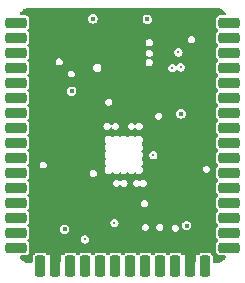
<source format=gbr>
%TF.GenerationSoftware,KiCad,Pcbnew,6.0.11+dfsg-1~bpo11+1*%
%TF.CreationDate,2023-07-13T21:39:36-04:00*%
%TF.ProjectId,Pop-In RP2040,506f702d-496e-4205-9250-323034302e6b,rev?*%
%TF.SameCoordinates,PX5f5e100PY5f5e100*%
%TF.FileFunction,Copper,L3,Inr*%
%TF.FilePolarity,Positive*%
%FSLAX46Y46*%
G04 Gerber Fmt 4.6, Leading zero omitted, Abs format (unit mm)*
G04 Created by KiCad (PCBNEW 6.0.11+dfsg-1~bpo11+1) date 2023-07-13 21:39:36*
%MOMM*%
%LPD*%
G01*
G04 APERTURE LIST*
G04 Aperture macros list*
%AMRoundRect*
0 Rectangle with rounded corners*
0 $1 Rounding radius*
0 $2 $3 $4 $5 $6 $7 $8 $9 X,Y pos of 4 corners*
0 Add a 4 corners polygon primitive as box body*
4,1,4,$2,$3,$4,$5,$6,$7,$8,$9,$2,$3,0*
0 Add four circle primitives for the rounded corners*
1,1,$1+$1,$2,$3*
1,1,$1+$1,$4,$5*
1,1,$1+$1,$6,$7*
1,1,$1+$1,$8,$9*
0 Add four rect primitives between the rounded corners*
20,1,$1+$1,$2,$3,$4,$5,0*
20,1,$1+$1,$4,$5,$6,$7,0*
20,1,$1+$1,$6,$7,$8,$9,0*
20,1,$1+$1,$8,$9,$2,$3,0*%
G04 Aperture macros list end*
%TA.AperFunction,CastellatedPad*%
%ADD10RoundRect,0.225000X-0.675000X-0.225000X0.675000X-0.225000X0.675000X0.225000X-0.675000X0.225000X0*%
%TD*%
%TA.AperFunction,CastellatedPad*%
%ADD11RoundRect,0.225000X0.225000X-0.675000X0.225000X0.675000X-0.225000X0.675000X-0.225000X-0.675000X0*%
%TD*%
%TA.AperFunction,CastellatedPad*%
%ADD12RoundRect,0.225000X0.675000X0.225000X-0.675000X0.225000X-0.675000X-0.225000X0.675000X-0.225000X0*%
%TD*%
%TA.AperFunction,ViaPad*%
%ADD13C,0.300000*%
%TD*%
%TA.AperFunction,ViaPad*%
%ADD14C,0.400000*%
%TD*%
G04 APERTURE END LIST*
D10*
%TO.N,io0*%
%TO.C,REF\u002A\u002A*%
X-9005378Y9525000D03*
%TO.N,io1*%
X-9005378Y8255000D03*
%TO.N,io2*%
X-9005378Y6985000D03*
%TO.N,io3*%
X-9005378Y5715000D03*
%TO.N,io4*%
X-9005378Y4445000D03*
%TO.N,io5*%
X-9005378Y3175000D03*
%TO.N,io6*%
X-9005378Y1905000D03*
%TO.N,io7*%
X-9005378Y635000D03*
%TO.N,io8*%
X-9005378Y-635000D03*
%TO.N,io9*%
X-9005378Y-1905000D03*
%TO.N,io10*%
X-9005378Y-3175000D03*
%TO.N,io11*%
X-9005378Y-4445000D03*
%TO.N,io12*%
X-9005378Y-5715000D03*
%TO.N,io13*%
X-9005378Y-6985000D03*
%TO.N,io14*%
X-9005378Y-8255000D03*
%TO.N,io15*%
X-9005378Y-9525000D03*
D11*
%TO.N,GND*%
X-6985000Y-11034588D03*
%TO.N,+3V3*%
X-5715000Y-11034588D03*
%TO.N,ADC_REF*%
X-4445000Y-11034588D03*
%TO.N,N/C*%
X-3175000Y-11034588D03*
%TO.N,SWCLK*%
X-1905000Y-11034588D03*
%TO.N,SWDIO*%
X-635000Y-11034588D03*
%TO.N,Reset*%
X635000Y-11034588D03*
%TO.N,BootMode*%
X1905000Y-11034588D03*
%TO.N,USB_D+*%
X3175000Y-11034588D03*
%TO.N,USB_D-*%
X4445000Y-11034588D03*
%TO.N,+3V3*%
X5715000Y-11034588D03*
%TO.N,GND*%
X6985000Y-11034588D03*
D12*
%TO.N,io16*%
X8974622Y-9525000D03*
%TO.N,io17*%
X8974622Y-8255000D03*
%TO.N,io18*%
X8974622Y-6985000D03*
%TO.N,io19*%
X8974622Y-5715000D03*
%TO.N,io20*%
X8974622Y-4445000D03*
%TO.N,io21*%
X8974622Y-3175000D03*
%TO.N,io22*%
X8974622Y-1905000D03*
%TO.N,io23*%
X8974622Y-635000D03*
%TO.N,io24*%
X8974622Y635000D03*
%TO.N,io25*%
X8974622Y1905000D03*
%TO.N,io26*%
X8974622Y3175000D03*
%TO.N,io27*%
X8974622Y4445000D03*
%TO.N,io28*%
X8974622Y5715000D03*
%TO.N,io29*%
X8974622Y6985000D03*
%TO.N,N/C*%
X8974622Y8255000D03*
X8974622Y9525000D03*
%TD*%
D13*
%TO.N,io24*%
X4895280Y5740361D03*
D14*
%TO.N,GND*%
X-4932780Y-7943690D03*
X2070907Y9818108D03*
X5401569Y-7644144D03*
D13*
X2573111Y-1683514D03*
D14*
X-2539683Y9854222D03*
X-4335767Y3735537D03*
X4921047Y1811368D03*
D13*
%TO.N,+3V3*%
X5370770Y-2869859D03*
X-5279555Y-2863165D03*
X573669Y-6196778D03*
X6474322Y7034187D03*
X-4360333Y7088877D03*
X284622Y3785378D03*
X-3358646Y1319482D03*
D14*
X2234622Y8629437D03*
D13*
X3513775Y1319482D03*
X-5083516Y7989879D03*
X2157741Y3854688D03*
X2882257Y8524792D03*
%TO.N,Net-(C16-Pad1)*%
X-3212786Y-8812745D03*
%TO.N,Net-(C17-Pad1)*%
X-707832Y-7433164D03*
%TO.N,Net-(LED1-Pad2)*%
X4194886Y5692423D03*
X4705027Y7019927D03*
%TD*%
%TA.AperFunction,Conductor*%
%TO.N,+3V3*%
G36*
X7968178Y10787394D02*
G01*
X7979651Y10784756D01*
X7990526Y10787217D01*
X8001673Y10787197D01*
X8001671Y10786190D01*
X8011573Y10786803D01*
X8126280Y10775504D01*
X8145314Y10771718D01*
X8276638Y10731880D01*
X8294561Y10724456D01*
X8415589Y10659764D01*
X8431723Y10648983D01*
X8537807Y10561923D01*
X8551524Y10548206D01*
X8604017Y10484243D01*
X8638584Y10442123D01*
X8649365Y10425988D01*
X8705393Y10321168D01*
X8716149Y10260936D01*
X8689448Y10205885D01*
X8635487Y10177042D01*
X8618083Y10175500D01*
X8266134Y10175500D01*
X8262290Y10174891D01*
X8262288Y10174891D01*
X8174191Y10160938D01*
X8174190Y10160938D01*
X8166496Y10159719D01*
X8159557Y10156183D01*
X8159556Y10156183D01*
X8053341Y10102064D01*
X8053339Y10102063D01*
X8046402Y10098528D01*
X7951094Y10003220D01*
X7889903Y9883126D01*
X7874122Y9783488D01*
X7874122Y9266512D01*
X7889903Y9166874D01*
X7951094Y9046780D01*
X8037870Y8960004D01*
X8065647Y8905487D01*
X8056076Y8845055D01*
X8037870Y8819996D01*
X7951094Y8733220D01*
X7889903Y8613126D01*
X7874122Y8513488D01*
X7874122Y7996512D01*
X7874731Y7992668D01*
X7874731Y7992666D01*
X7885406Y7925270D01*
X7889903Y7896874D01*
X7893439Y7889935D01*
X7893439Y7889934D01*
X7943884Y7790931D01*
X7951094Y7776780D01*
X8037870Y7690004D01*
X8065647Y7635487D01*
X8056076Y7575055D01*
X8037870Y7549996D01*
X7951094Y7463220D01*
X7947559Y7456283D01*
X7947558Y7456281D01*
X7897811Y7358646D01*
X7889903Y7343126D01*
X7888684Y7335432D01*
X7888684Y7335431D01*
X7874731Y7247334D01*
X7874122Y7243488D01*
X7874122Y6726512D01*
X7874731Y6722668D01*
X7874731Y6722666D01*
X7888183Y6637736D01*
X7889903Y6626874D01*
X7893439Y6619935D01*
X7893439Y6619934D01*
X7939739Y6529066D01*
X7951094Y6506780D01*
X8037870Y6420004D01*
X8065647Y6365487D01*
X8056076Y6305055D01*
X8037870Y6279996D01*
X7951094Y6193220D01*
X7947559Y6186283D01*
X7947558Y6186281D01*
X7900544Y6094011D01*
X7889903Y6073126D01*
X7888684Y6065432D01*
X7888684Y6065431D01*
X7881690Y6021271D01*
X7874122Y5973488D01*
X7874122Y5456512D01*
X7874731Y5452668D01*
X7874731Y5452666D01*
X7884446Y5391331D01*
X7889903Y5356874D01*
X7893439Y5349935D01*
X7893439Y5349934D01*
X7915288Y5307054D01*
X7951094Y5236780D01*
X8037870Y5150004D01*
X8065647Y5095487D01*
X8056076Y5035055D01*
X8037870Y5009996D01*
X7951094Y4923220D01*
X7889903Y4803126D01*
X7874122Y4703488D01*
X7874122Y4186512D01*
X7889903Y4086874D01*
X7893439Y4079935D01*
X7893439Y4079934D01*
X7947477Y3973879D01*
X7951094Y3966780D01*
X8037870Y3880004D01*
X8065647Y3825487D01*
X8056076Y3765055D01*
X8037870Y3739996D01*
X7951094Y3653220D01*
X7947559Y3646283D01*
X7947558Y3646281D01*
X7929191Y3610233D01*
X7889903Y3533126D01*
X7874122Y3433488D01*
X7874122Y2916512D01*
X7889903Y2816874D01*
X7893439Y2809935D01*
X7893439Y2809934D01*
X7940141Y2718277D01*
X7951094Y2696780D01*
X8037870Y2610004D01*
X8065647Y2555487D01*
X8056076Y2495055D01*
X8037870Y2469996D01*
X7951094Y2383220D01*
X7889903Y2263126D01*
X7874122Y2163488D01*
X7874122Y1646512D01*
X7889903Y1546874D01*
X7893439Y1539935D01*
X7893439Y1539934D01*
X7901270Y1524566D01*
X7951094Y1426780D01*
X8037870Y1340004D01*
X8065647Y1285487D01*
X8056076Y1225055D01*
X8037870Y1199996D01*
X7951094Y1113220D01*
X7889903Y993126D01*
X7888684Y985432D01*
X7888684Y985431D01*
X7882578Y946879D01*
X7874122Y893488D01*
X7874122Y376512D01*
X7889903Y276874D01*
X7951094Y156780D01*
X8037870Y70004D01*
X8065647Y15487D01*
X8056076Y-44945D01*
X8037870Y-70004D01*
X7951094Y-156780D01*
X7947559Y-163717D01*
X7947558Y-163719D01*
X7895249Y-266381D01*
X7889903Y-276874D01*
X7874122Y-376512D01*
X7874122Y-893488D01*
X7889903Y-993126D01*
X7951094Y-1113220D01*
X8037870Y-1199996D01*
X8065647Y-1254513D01*
X8056076Y-1314945D01*
X8037870Y-1340004D01*
X7951094Y-1426780D01*
X7947559Y-1433717D01*
X7947558Y-1433719D01*
X7895249Y-1536381D01*
X7889903Y-1546874D01*
X7874122Y-1646512D01*
X7874122Y-2163488D01*
X7889903Y-2263126D01*
X7951094Y-2383220D01*
X8037870Y-2469996D01*
X8065647Y-2524513D01*
X8056076Y-2584945D01*
X8037870Y-2610004D01*
X7951094Y-2696780D01*
X7947559Y-2703717D01*
X7947558Y-2703719D01*
X7895249Y-2806381D01*
X7889903Y-2816874D01*
X7874122Y-2916512D01*
X7874122Y-3433488D01*
X7889903Y-3533126D01*
X7951094Y-3653220D01*
X8037870Y-3739996D01*
X8065647Y-3794513D01*
X8056076Y-3854945D01*
X8037870Y-3880004D01*
X7951094Y-3966780D01*
X7889903Y-4086874D01*
X7888684Y-4094568D01*
X7888684Y-4094569D01*
X7879059Y-4155339D01*
X7874122Y-4186512D01*
X7874122Y-4703488D01*
X7889903Y-4803126D01*
X7951094Y-4923220D01*
X8037870Y-5009996D01*
X8065647Y-5064513D01*
X8056076Y-5124945D01*
X8037870Y-5150004D01*
X7951094Y-5236780D01*
X7889903Y-5356874D01*
X7874122Y-5456512D01*
X7874122Y-5973488D01*
X7874731Y-5977332D01*
X7874731Y-5977334D01*
X7875526Y-5982350D01*
X7889903Y-6073126D01*
X7893439Y-6080065D01*
X7893439Y-6080066D01*
X7899137Y-6091248D01*
X7951094Y-6193220D01*
X8037870Y-6279996D01*
X8065647Y-6334513D01*
X8056076Y-6394945D01*
X8037870Y-6420004D01*
X7951094Y-6506780D01*
X7889903Y-6626874D01*
X7874122Y-6726512D01*
X7874122Y-7243488D01*
X7874731Y-7247332D01*
X7874731Y-7247334D01*
X7886494Y-7321600D01*
X7889903Y-7343126D01*
X7893439Y-7350065D01*
X7893439Y-7350066D01*
X7935780Y-7433164D01*
X7951094Y-7463220D01*
X8037870Y-7549996D01*
X8065647Y-7604513D01*
X8056076Y-7664945D01*
X8037870Y-7690004D01*
X7951094Y-7776780D01*
X7947559Y-7783717D01*
X7947558Y-7783719D01*
X7893439Y-7889934D01*
X7889903Y-7896874D01*
X7888684Y-7904568D01*
X7888684Y-7904569D01*
X7876148Y-7983720D01*
X7874122Y-7996512D01*
X7874122Y-8513488D01*
X7874731Y-8517332D01*
X7874731Y-8517334D01*
X7888483Y-8604158D01*
X7889903Y-8613126D01*
X7893439Y-8620065D01*
X7893439Y-8620066D01*
X7939660Y-8710779D01*
X7951094Y-8733220D01*
X8037870Y-8819996D01*
X8065647Y-8874513D01*
X8056076Y-8934945D01*
X8037870Y-8960004D01*
X7951094Y-9046780D01*
X7947559Y-9053717D01*
X7947558Y-9053719D01*
X7898376Y-9150245D01*
X7889903Y-9166874D01*
X7874122Y-9266512D01*
X7874122Y-9783488D01*
X7889903Y-9883126D01*
X7951094Y-10003220D01*
X8046402Y-10098528D01*
X8053339Y-10102063D01*
X8053341Y-10102064D01*
X8159556Y-10156183D01*
X8166496Y-10159719D01*
X8174190Y-10160938D01*
X8174191Y-10160938D01*
X8262288Y-10174891D01*
X8262290Y-10174891D01*
X8266134Y-10175500D01*
X8622265Y-10175500D01*
X8680456Y-10194407D01*
X8716420Y-10243907D01*
X8717001Y-10303240D01*
X8716096Y-10306225D01*
X8708671Y-10324150D01*
X8643981Y-10445181D01*
X8633199Y-10461318D01*
X8546141Y-10567402D01*
X8532422Y-10581122D01*
X8426331Y-10668192D01*
X8410208Y-10678964D01*
X8289176Y-10743660D01*
X8271255Y-10751084D01*
X8214576Y-10768279D01*
X8139923Y-10790926D01*
X8120890Y-10794712D01*
X8102513Y-10796523D01*
X8006581Y-10805974D01*
X7996714Y-10806450D01*
X7985844Y-10806431D01*
X7974976Y-10803932D01*
X7964101Y-10806393D01*
X7963850Y-10806450D01*
X7962982Y-10806646D01*
X7941132Y-10809088D01*
X7734500Y-10809088D01*
X7676309Y-10790181D01*
X7640345Y-10740681D01*
X7635500Y-10710088D01*
X7635500Y-10326100D01*
X7632352Y-10306225D01*
X7620938Y-10234157D01*
X7620938Y-10234156D01*
X7619719Y-10226462D01*
X7583910Y-10156183D01*
X7562064Y-10113307D01*
X7562063Y-10113305D01*
X7558528Y-10106368D01*
X7463220Y-10011060D01*
X7456283Y-10007525D01*
X7456281Y-10007524D01*
X7350066Y-9953405D01*
X7350065Y-9953405D01*
X7343126Y-9949869D01*
X7335432Y-9948650D01*
X7335431Y-9948650D01*
X7247334Y-9934697D01*
X7247332Y-9934697D01*
X7243488Y-9934088D01*
X6726512Y-9934088D01*
X6722668Y-9934697D01*
X6722666Y-9934697D01*
X6634569Y-9948650D01*
X6634568Y-9948650D01*
X6626874Y-9949869D01*
X6619935Y-9953405D01*
X6619934Y-9953405D01*
X6513719Y-10007524D01*
X6513717Y-10007525D01*
X6506780Y-10011060D01*
X6501274Y-10016566D01*
X6501270Y-10016569D01*
X6419651Y-10098189D01*
X6365135Y-10125967D01*
X6304702Y-10116396D01*
X6279643Y-10098190D01*
X6198431Y-10016978D01*
X6185981Y-10007933D01*
X6178971Y-10004361D01*
X6167719Y-10002579D01*
X6165000Y-10007915D01*
X6165000Y-10710088D01*
X6146093Y-10768279D01*
X6096593Y-10804243D01*
X6066000Y-10809088D01*
X5364000Y-10809088D01*
X5305809Y-10790181D01*
X5269845Y-10740681D01*
X5265000Y-10710088D01*
X5265000Y-10012922D01*
X5261479Y-10002087D01*
X5255492Y-10002087D01*
X5244019Y-10007933D01*
X5231566Y-10016980D01*
X5150358Y-10098189D01*
X5095842Y-10125967D01*
X5035409Y-10116396D01*
X5010350Y-10098190D01*
X4923220Y-10011060D01*
X4916283Y-10007525D01*
X4916281Y-10007524D01*
X4810066Y-9953405D01*
X4810065Y-9953405D01*
X4803126Y-9949869D01*
X4795432Y-9948650D01*
X4795431Y-9948650D01*
X4707334Y-9934697D01*
X4707332Y-9934697D01*
X4703488Y-9934088D01*
X4186512Y-9934088D01*
X4182668Y-9934697D01*
X4182666Y-9934697D01*
X4094569Y-9948650D01*
X4094568Y-9948650D01*
X4086874Y-9949869D01*
X4079935Y-9953405D01*
X4079934Y-9953405D01*
X3973719Y-10007524D01*
X3973717Y-10007525D01*
X3966780Y-10011060D01*
X3880004Y-10097836D01*
X3825487Y-10125613D01*
X3765055Y-10116042D01*
X3739996Y-10097836D01*
X3653220Y-10011060D01*
X3646283Y-10007525D01*
X3646281Y-10007524D01*
X3540066Y-9953405D01*
X3540065Y-9953405D01*
X3533126Y-9949869D01*
X3525432Y-9948650D01*
X3525431Y-9948650D01*
X3437334Y-9934697D01*
X3437332Y-9934697D01*
X3433488Y-9934088D01*
X2916512Y-9934088D01*
X2912668Y-9934697D01*
X2912666Y-9934697D01*
X2824569Y-9948650D01*
X2824568Y-9948650D01*
X2816874Y-9949869D01*
X2809935Y-9953405D01*
X2809934Y-9953405D01*
X2703719Y-10007524D01*
X2703717Y-10007525D01*
X2696780Y-10011060D01*
X2610004Y-10097836D01*
X2555487Y-10125613D01*
X2495055Y-10116042D01*
X2469996Y-10097836D01*
X2383220Y-10011060D01*
X2376283Y-10007525D01*
X2376281Y-10007524D01*
X2270066Y-9953405D01*
X2270065Y-9953405D01*
X2263126Y-9949869D01*
X2255432Y-9948650D01*
X2255431Y-9948650D01*
X2167334Y-9934697D01*
X2167332Y-9934697D01*
X2163488Y-9934088D01*
X1646512Y-9934088D01*
X1642668Y-9934697D01*
X1642666Y-9934697D01*
X1554569Y-9948650D01*
X1554568Y-9948650D01*
X1546874Y-9949869D01*
X1539935Y-9953405D01*
X1539934Y-9953405D01*
X1433719Y-10007524D01*
X1433717Y-10007525D01*
X1426780Y-10011060D01*
X1340004Y-10097836D01*
X1285487Y-10125613D01*
X1225055Y-10116042D01*
X1199996Y-10097836D01*
X1113220Y-10011060D01*
X1106283Y-10007525D01*
X1106281Y-10007524D01*
X1000066Y-9953405D01*
X1000065Y-9953405D01*
X993126Y-9949869D01*
X985432Y-9948650D01*
X985431Y-9948650D01*
X897334Y-9934697D01*
X897332Y-9934697D01*
X893488Y-9934088D01*
X376512Y-9934088D01*
X372668Y-9934697D01*
X372666Y-9934697D01*
X284569Y-9948650D01*
X284568Y-9948650D01*
X276874Y-9949869D01*
X269935Y-9953405D01*
X269934Y-9953405D01*
X163719Y-10007524D01*
X163717Y-10007525D01*
X156780Y-10011060D01*
X70004Y-10097836D01*
X15487Y-10125613D01*
X-44945Y-10116042D01*
X-70004Y-10097836D01*
X-156780Y-10011060D01*
X-163717Y-10007525D01*
X-163719Y-10007524D01*
X-269934Y-9953405D01*
X-269935Y-9953405D01*
X-276874Y-9949869D01*
X-284568Y-9948650D01*
X-284569Y-9948650D01*
X-372666Y-9934697D01*
X-372668Y-9934697D01*
X-376512Y-9934088D01*
X-893488Y-9934088D01*
X-897332Y-9934697D01*
X-897334Y-9934697D01*
X-985431Y-9948650D01*
X-985432Y-9948650D01*
X-993126Y-9949869D01*
X-1000065Y-9953405D01*
X-1000066Y-9953405D01*
X-1106281Y-10007524D01*
X-1106283Y-10007525D01*
X-1113220Y-10011060D01*
X-1199996Y-10097836D01*
X-1254513Y-10125613D01*
X-1314945Y-10116042D01*
X-1340004Y-10097836D01*
X-1426780Y-10011060D01*
X-1433717Y-10007525D01*
X-1433719Y-10007524D01*
X-1539934Y-9953405D01*
X-1539935Y-9953405D01*
X-1546874Y-9949869D01*
X-1554568Y-9948650D01*
X-1554569Y-9948650D01*
X-1642666Y-9934697D01*
X-1642668Y-9934697D01*
X-1646512Y-9934088D01*
X-2163488Y-9934088D01*
X-2167332Y-9934697D01*
X-2167334Y-9934697D01*
X-2255431Y-9948650D01*
X-2255432Y-9948650D01*
X-2263126Y-9949869D01*
X-2270065Y-9953405D01*
X-2270066Y-9953405D01*
X-2376281Y-10007524D01*
X-2376283Y-10007525D01*
X-2383220Y-10011060D01*
X-2469996Y-10097836D01*
X-2524513Y-10125613D01*
X-2584945Y-10116042D01*
X-2610004Y-10097836D01*
X-2696780Y-10011060D01*
X-2703717Y-10007525D01*
X-2703719Y-10007524D01*
X-2809934Y-9953405D01*
X-2809935Y-9953405D01*
X-2816874Y-9949869D01*
X-2824568Y-9948650D01*
X-2824569Y-9948650D01*
X-2912666Y-9934697D01*
X-2912668Y-9934697D01*
X-2916512Y-9934088D01*
X-3433488Y-9934088D01*
X-3437332Y-9934697D01*
X-3437334Y-9934697D01*
X-3525431Y-9948650D01*
X-3525432Y-9948650D01*
X-3533126Y-9949869D01*
X-3540065Y-9953405D01*
X-3540066Y-9953405D01*
X-3646281Y-10007524D01*
X-3646283Y-10007525D01*
X-3653220Y-10011060D01*
X-3739996Y-10097836D01*
X-3794513Y-10125613D01*
X-3854945Y-10116042D01*
X-3880004Y-10097836D01*
X-3966780Y-10011060D01*
X-3973717Y-10007525D01*
X-3973719Y-10007524D01*
X-4079934Y-9953405D01*
X-4079935Y-9953405D01*
X-4086874Y-9949869D01*
X-4094568Y-9948650D01*
X-4094569Y-9948650D01*
X-4182666Y-9934697D01*
X-4182668Y-9934697D01*
X-4186512Y-9934088D01*
X-4703488Y-9934088D01*
X-4707332Y-9934697D01*
X-4707334Y-9934697D01*
X-4795431Y-9948650D01*
X-4795432Y-9948650D01*
X-4803126Y-9949869D01*
X-4810065Y-9953405D01*
X-4810066Y-9953405D01*
X-4916281Y-10007524D01*
X-4916283Y-10007525D01*
X-4923220Y-10011060D01*
X-4928726Y-10016566D01*
X-4928730Y-10016569D01*
X-5010349Y-10098189D01*
X-5064865Y-10125967D01*
X-5125298Y-10116396D01*
X-5150357Y-10098190D01*
X-5231569Y-10016978D01*
X-5244019Y-10007933D01*
X-5251029Y-10004361D01*
X-5262281Y-10002579D01*
X-5265000Y-10007915D01*
X-5265000Y-10710088D01*
X-5283907Y-10768279D01*
X-5333407Y-10804243D01*
X-5364000Y-10809088D01*
X-6066000Y-10809088D01*
X-6124191Y-10790181D01*
X-6160155Y-10740681D01*
X-6165000Y-10710088D01*
X-6165000Y-10012922D01*
X-6168521Y-10002087D01*
X-6174508Y-10002087D01*
X-6185981Y-10007933D01*
X-6198434Y-10016980D01*
X-6279642Y-10098189D01*
X-6334158Y-10125967D01*
X-6394591Y-10116396D01*
X-6419650Y-10098190D01*
X-6506780Y-10011060D01*
X-6513717Y-10007525D01*
X-6513719Y-10007524D01*
X-6619934Y-9953405D01*
X-6619935Y-9953405D01*
X-6626874Y-9949869D01*
X-6634568Y-9948650D01*
X-6634569Y-9948650D01*
X-6722666Y-9934697D01*
X-6722668Y-9934697D01*
X-6726512Y-9934088D01*
X-7243488Y-9934088D01*
X-7247332Y-9934697D01*
X-7247334Y-9934697D01*
X-7335431Y-9948650D01*
X-7335432Y-9948650D01*
X-7343126Y-9949869D01*
X-7350065Y-9953405D01*
X-7350066Y-9953405D01*
X-7456281Y-10007524D01*
X-7456283Y-10007525D01*
X-7463220Y-10011060D01*
X-7558528Y-10106368D01*
X-7562063Y-10113305D01*
X-7562064Y-10113307D01*
X-7583910Y-10156183D01*
X-7619719Y-10226462D01*
X-7620938Y-10234156D01*
X-7620938Y-10234157D01*
X-7632352Y-10306225D01*
X-7635500Y-10326100D01*
X-7635500Y-10710088D01*
X-7654407Y-10768279D01*
X-7703907Y-10804243D01*
X-7734500Y-10809088D01*
X-7966996Y-10809088D01*
X-7989181Y-10806570D01*
X-8000654Y-10803932D01*
X-8011528Y-10806393D01*
X-8022677Y-10806373D01*
X-8022675Y-10805363D01*
X-8032576Y-10805979D01*
X-8147278Y-10794680D01*
X-8166313Y-10790894D01*
X-8297633Y-10751056D01*
X-8315563Y-10743628D01*
X-8436583Y-10678939D01*
X-8452719Y-10668157D01*
X-8505756Y-10624630D01*
X-8558796Y-10581099D01*
X-8572516Y-10567379D01*
X-8581623Y-10556281D01*
X-8659572Y-10461298D01*
X-8670353Y-10445163D01*
X-8704266Y-10381713D01*
X-8735040Y-10324138D01*
X-8742468Y-10306202D01*
X-8743369Y-10303231D01*
X-8742163Y-10242058D01*
X-8705231Y-10193276D01*
X-8648630Y-10175500D01*
X-8296890Y-10175500D01*
X-8293046Y-10174891D01*
X-8293044Y-10174891D01*
X-8204947Y-10160938D01*
X-8204946Y-10160938D01*
X-8197252Y-10159719D01*
X-8190312Y-10156183D01*
X-8084097Y-10102064D01*
X-8084095Y-10102063D01*
X-8077158Y-10098528D01*
X-7981850Y-10003220D01*
X-7920659Y-9883126D01*
X-7904878Y-9783488D01*
X-7904878Y-9266512D01*
X-7920659Y-9166874D01*
X-7929132Y-9150245D01*
X-7978314Y-9053719D01*
X-7978315Y-9053717D01*
X-7981850Y-9046780D01*
X-8068626Y-8960004D01*
X-8096403Y-8905487D01*
X-8086832Y-8845055D01*
X-8068626Y-8819996D01*
X-8061375Y-8812745D01*
X-3567655Y-8812745D01*
X-3550286Y-8922406D01*
X-3499881Y-9021332D01*
X-3421373Y-9099840D01*
X-3414436Y-9103375D01*
X-3414434Y-9103376D01*
X-3329387Y-9146709D01*
X-3322447Y-9150245D01*
X-3314753Y-9151464D01*
X-3314752Y-9151464D01*
X-3220482Y-9166395D01*
X-3212786Y-9167614D01*
X-3205090Y-9166395D01*
X-3110820Y-9151464D01*
X-3110819Y-9151464D01*
X-3103125Y-9150245D01*
X-3096185Y-9146709D01*
X-3011138Y-9103376D01*
X-3011136Y-9103375D01*
X-3004199Y-9099840D01*
X-2925691Y-9021332D01*
X-2875286Y-8922406D01*
X-2857917Y-8812745D01*
X-2875286Y-8703084D01*
X-2878822Y-8696144D01*
X-2922155Y-8611097D01*
X-2922156Y-8611095D01*
X-2925691Y-8604158D01*
X-3004199Y-8525650D01*
X-3011136Y-8522115D01*
X-3011138Y-8522114D01*
X-3096185Y-8478781D01*
X-3103125Y-8475245D01*
X-3110819Y-8474026D01*
X-3110820Y-8474026D01*
X-3205090Y-8459095D01*
X-3212786Y-8457876D01*
X-3220482Y-8459095D01*
X-3314752Y-8474026D01*
X-3314753Y-8474026D01*
X-3322447Y-8475245D01*
X-3329387Y-8478781D01*
X-3414434Y-8522114D01*
X-3414436Y-8522115D01*
X-3421373Y-8525650D01*
X-3499881Y-8604158D01*
X-3503416Y-8611095D01*
X-3503417Y-8611097D01*
X-3546750Y-8696144D01*
X-3550286Y-8703084D01*
X-3567655Y-8812745D01*
X-8061375Y-8812745D01*
X-7981850Y-8733220D01*
X-7970415Y-8710779D01*
X-7924195Y-8620066D01*
X-7924195Y-8620065D01*
X-7920659Y-8613126D01*
X-7919238Y-8604158D01*
X-7905487Y-8517334D01*
X-7905487Y-8517332D01*
X-7904878Y-8513488D01*
X-7904878Y-7996512D01*
X-7906904Y-7983720D01*
X-7913244Y-7943690D01*
X-5338272Y-7943690D01*
X-5337053Y-7951387D01*
X-5330744Y-7991218D01*
X-5318426Y-8068994D01*
X-5314890Y-8075933D01*
X-5314890Y-8075934D01*
X-5278999Y-8146373D01*
X-5260830Y-8182032D01*
X-5171122Y-8271740D01*
X-5164185Y-8275275D01*
X-5164183Y-8275276D01*
X-5065024Y-8325800D01*
X-5058084Y-8329336D01*
X-5050390Y-8330555D01*
X-5050389Y-8330555D01*
X-4940477Y-8347963D01*
X-4932780Y-8349182D01*
X-4925083Y-8347963D01*
X-4815171Y-8330555D01*
X-4815170Y-8330555D01*
X-4807476Y-8329336D01*
X-4800536Y-8325800D01*
X-4701377Y-8275276D01*
X-4701375Y-8275275D01*
X-4694438Y-8271740D01*
X-4604730Y-8182032D01*
X-4586560Y-8146373D01*
X-4550670Y-8075934D01*
X-4550670Y-8075933D01*
X-4547134Y-8068994D01*
X-4534815Y-7991218D01*
X-4528507Y-7951387D01*
X-4527288Y-7943690D01*
X-4535802Y-7889934D01*
X-4545915Y-7826081D01*
X-4545915Y-7826080D01*
X-4547134Y-7818386D01*
X-4559009Y-7795080D01*
X1599864Y-7795080D01*
X1618266Y-7899443D01*
X1622596Y-7906943D01*
X1662310Y-7975730D01*
X1671252Y-7991218D01*
X1752432Y-8059336D01*
X1760570Y-8062298D01*
X1760572Y-8062299D01*
X1797446Y-8075719D01*
X1852014Y-8095580D01*
X1957986Y-8095580D01*
X2012554Y-8075719D01*
X2049428Y-8062299D01*
X2049430Y-8062298D01*
X2057568Y-8059336D01*
X2138748Y-7991218D01*
X2147690Y-7975730D01*
X2187404Y-7906943D01*
X2191734Y-7899443D01*
X2210136Y-7795080D01*
X2822707Y-7795080D01*
X2841109Y-7899443D01*
X2845439Y-7906943D01*
X2885153Y-7975730D01*
X2894095Y-7991218D01*
X2975275Y-8059336D01*
X2983413Y-8062298D01*
X2983415Y-8062299D01*
X3020289Y-8075719D01*
X3074857Y-8095580D01*
X3180829Y-8095580D01*
X3235397Y-8075719D01*
X3272271Y-8062299D01*
X3272273Y-8062298D01*
X3280411Y-8059336D01*
X3361591Y-7991218D01*
X3370533Y-7975730D01*
X3410247Y-7906943D01*
X3414577Y-7899443D01*
X3423501Y-7848835D01*
X4134125Y-7848835D01*
X4152527Y-7953198D01*
X4205513Y-8044973D01*
X4286693Y-8113091D01*
X4294831Y-8116053D01*
X4294833Y-8116054D01*
X4331707Y-8129474D01*
X4386275Y-8149335D01*
X4492247Y-8149335D01*
X4546815Y-8129474D01*
X4583689Y-8116054D01*
X4583691Y-8116053D01*
X4591829Y-8113091D01*
X4673009Y-8044973D01*
X4725995Y-7953198D01*
X4744397Y-7848835D01*
X4725995Y-7744472D01*
X4699885Y-7699247D01*
X4677338Y-7660195D01*
X4673009Y-7652697D01*
X4662816Y-7644144D01*
X4996077Y-7644144D01*
X4997296Y-7651841D01*
X5004899Y-7699842D01*
X5015923Y-7769448D01*
X5019459Y-7776387D01*
X5019459Y-7776388D01*
X5052027Y-7840305D01*
X5073519Y-7882486D01*
X5163227Y-7972194D01*
X5170164Y-7975729D01*
X5170166Y-7975730D01*
X5269325Y-8026254D01*
X5276265Y-8029790D01*
X5283959Y-8031009D01*
X5283960Y-8031009D01*
X5393872Y-8048417D01*
X5401569Y-8049636D01*
X5409266Y-8048417D01*
X5519178Y-8031009D01*
X5519179Y-8031009D01*
X5526873Y-8029790D01*
X5533813Y-8026254D01*
X5632972Y-7975730D01*
X5632974Y-7975729D01*
X5639911Y-7972194D01*
X5729619Y-7882486D01*
X5751112Y-7840305D01*
X5783679Y-7776388D01*
X5783679Y-7776387D01*
X5787215Y-7769448D01*
X5798240Y-7699842D01*
X5805842Y-7651841D01*
X5807061Y-7644144D01*
X5803237Y-7620000D01*
X5788434Y-7526535D01*
X5788434Y-7526534D01*
X5787215Y-7518840D01*
X5758875Y-7463220D01*
X5733155Y-7412741D01*
X5733154Y-7412739D01*
X5729619Y-7405802D01*
X5639911Y-7316094D01*
X5632974Y-7312559D01*
X5632972Y-7312558D01*
X5533813Y-7262034D01*
X5533812Y-7262034D01*
X5526873Y-7258498D01*
X5519179Y-7257279D01*
X5519178Y-7257279D01*
X5409266Y-7239871D01*
X5401569Y-7238652D01*
X5393872Y-7239871D01*
X5283960Y-7257279D01*
X5283959Y-7257279D01*
X5276265Y-7258498D01*
X5269326Y-7262034D01*
X5269325Y-7262034D01*
X5170166Y-7312558D01*
X5170164Y-7312559D01*
X5163227Y-7316094D01*
X5073519Y-7405802D01*
X5069984Y-7412739D01*
X5069983Y-7412741D01*
X5044263Y-7463220D01*
X5015923Y-7518840D01*
X5014704Y-7526534D01*
X5014704Y-7526535D01*
X4999901Y-7620000D01*
X4996077Y-7644144D01*
X4662816Y-7644144D01*
X4591829Y-7584579D01*
X4583691Y-7581617D01*
X4583689Y-7581616D01*
X4528638Y-7561580D01*
X4492247Y-7548335D01*
X4386275Y-7548335D01*
X4349884Y-7561580D01*
X4294833Y-7581616D01*
X4294831Y-7581617D01*
X4286693Y-7584579D01*
X4205513Y-7652697D01*
X4201184Y-7660195D01*
X4178638Y-7699247D01*
X4152527Y-7744472D01*
X4134125Y-7848835D01*
X3423501Y-7848835D01*
X3432979Y-7795080D01*
X3414577Y-7690717D01*
X3409240Y-7681472D01*
X3365920Y-7606440D01*
X3361591Y-7598942D01*
X3280411Y-7530824D01*
X3272273Y-7527862D01*
X3272271Y-7527861D01*
X3228416Y-7511900D01*
X3180829Y-7494580D01*
X3074857Y-7494580D01*
X3027270Y-7511900D01*
X2983415Y-7527861D01*
X2983413Y-7527862D01*
X2975275Y-7530824D01*
X2894095Y-7598942D01*
X2889766Y-7606440D01*
X2846447Y-7681472D01*
X2841109Y-7690717D01*
X2822707Y-7795080D01*
X2210136Y-7795080D01*
X2191734Y-7690717D01*
X2186397Y-7681472D01*
X2143077Y-7606440D01*
X2138748Y-7598942D01*
X2057568Y-7530824D01*
X2049430Y-7527862D01*
X2049428Y-7527861D01*
X2005573Y-7511900D01*
X1957986Y-7494580D01*
X1852014Y-7494580D01*
X1804427Y-7511900D01*
X1760572Y-7527861D01*
X1760570Y-7527862D01*
X1752432Y-7530824D01*
X1671252Y-7598942D01*
X1666923Y-7606440D01*
X1623604Y-7681472D01*
X1618266Y-7690717D01*
X1599864Y-7795080D01*
X-4559009Y-7795080D01*
X-4568533Y-7776388D01*
X-4601194Y-7712287D01*
X-4601195Y-7712285D01*
X-4604730Y-7705348D01*
X-4694438Y-7615640D01*
X-4701375Y-7612105D01*
X-4701377Y-7612104D01*
X-4800536Y-7561580D01*
X-4800537Y-7561580D01*
X-4807476Y-7558044D01*
X-4815170Y-7556825D01*
X-4815171Y-7556825D01*
X-4925083Y-7539417D01*
X-4932780Y-7538198D01*
X-4940477Y-7539417D01*
X-5050389Y-7556825D01*
X-5050390Y-7556825D01*
X-5058084Y-7558044D01*
X-5065023Y-7561580D01*
X-5065024Y-7561580D01*
X-5164183Y-7612104D01*
X-5164185Y-7612105D01*
X-5171122Y-7615640D01*
X-5260830Y-7705348D01*
X-5264365Y-7712285D01*
X-5264366Y-7712287D01*
X-5297027Y-7776388D01*
X-5318426Y-7818386D01*
X-5319645Y-7826080D01*
X-5319645Y-7826081D01*
X-5329758Y-7889934D01*
X-5338272Y-7943690D01*
X-7913244Y-7943690D01*
X-7919440Y-7904569D01*
X-7919440Y-7904568D01*
X-7920659Y-7896874D01*
X-7924195Y-7889934D01*
X-7978314Y-7783719D01*
X-7978315Y-7783717D01*
X-7981850Y-7776780D01*
X-8068626Y-7690004D01*
X-8096403Y-7635487D01*
X-8086832Y-7575055D01*
X-8068626Y-7549996D01*
X-7981850Y-7463220D01*
X-7966535Y-7433164D01*
X-1062701Y-7433164D01*
X-1061482Y-7440860D01*
X-1052973Y-7494580D01*
X-1045332Y-7542825D01*
X-1041796Y-7549765D01*
X-1005866Y-7620281D01*
X-994927Y-7641751D01*
X-916419Y-7720259D01*
X-909482Y-7723794D01*
X-909480Y-7723795D01*
X-852157Y-7753002D01*
X-817493Y-7770664D01*
X-809799Y-7771883D01*
X-809798Y-7771883D01*
X-715528Y-7786814D01*
X-707832Y-7788033D01*
X-700136Y-7786814D01*
X-605866Y-7771883D01*
X-605865Y-7771883D01*
X-598171Y-7770664D01*
X-563507Y-7753002D01*
X-506184Y-7723795D01*
X-506182Y-7723794D01*
X-499245Y-7720259D01*
X-420737Y-7641751D01*
X-409797Y-7620281D01*
X-373868Y-7549765D01*
X-370332Y-7542825D01*
X-362690Y-7494580D01*
X-354182Y-7440860D01*
X-352963Y-7433164D01*
X-370332Y-7323503D01*
X-403453Y-7258498D01*
X-417201Y-7231516D01*
X-417202Y-7231514D01*
X-420737Y-7224577D01*
X-499245Y-7146069D01*
X-506182Y-7142534D01*
X-506184Y-7142533D01*
X-591231Y-7099200D01*
X-598171Y-7095664D01*
X-605865Y-7094445D01*
X-605866Y-7094445D01*
X-700136Y-7079514D01*
X-707832Y-7078295D01*
X-715528Y-7079514D01*
X-809798Y-7094445D01*
X-809799Y-7094445D01*
X-817493Y-7095664D01*
X-824433Y-7099200D01*
X-909480Y-7142533D01*
X-909482Y-7142534D01*
X-916419Y-7146069D01*
X-994927Y-7224577D01*
X-998462Y-7231514D01*
X-998463Y-7231516D01*
X-1012211Y-7258498D01*
X-1045332Y-7323503D01*
X-1062701Y-7433164D01*
X-7966535Y-7433164D01*
X-7924195Y-7350066D01*
X-7924195Y-7350065D01*
X-7920659Y-7343126D01*
X-7917249Y-7321600D01*
X-7905487Y-7247334D01*
X-7905487Y-7247332D01*
X-7904878Y-7243488D01*
X-7904878Y-6726512D01*
X-7920659Y-6626874D01*
X-7981850Y-6506780D01*
X-8068626Y-6420004D01*
X-8096403Y-6365487D01*
X-8086832Y-6305055D01*
X-8068626Y-6279996D01*
X-7981850Y-6193220D01*
X-7929892Y-6091248D01*
X-7924195Y-6080066D01*
X-7924195Y-6080065D01*
X-7920659Y-6073126D01*
X-7906281Y-5982350D01*
X-7905487Y-5977334D01*
X-7905487Y-5977332D01*
X-7904878Y-5973488D01*
X-7904878Y-5793710D01*
X1548298Y-5793710D01*
X1566700Y-5898073D01*
X1619686Y-5989848D01*
X1700866Y-6057966D01*
X1709004Y-6060928D01*
X1709006Y-6060929D01*
X1721376Y-6065431D01*
X1800448Y-6094210D01*
X1906420Y-6094210D01*
X1985492Y-6065431D01*
X1997862Y-6060929D01*
X1997864Y-6060928D01*
X2006002Y-6057966D01*
X2087182Y-5989848D01*
X2140168Y-5898073D01*
X2158570Y-5793710D01*
X2140168Y-5689347D01*
X2087182Y-5597572D01*
X2006002Y-5529454D01*
X1997864Y-5526492D01*
X1997862Y-5526491D01*
X1960988Y-5513071D01*
X1906420Y-5493210D01*
X1800448Y-5493210D01*
X1745880Y-5513071D01*
X1709006Y-5526491D01*
X1709004Y-5526492D01*
X1700866Y-5529454D01*
X1619686Y-5597572D01*
X1566700Y-5689347D01*
X1548298Y-5793710D01*
X-7904878Y-5793710D01*
X-7904878Y-5456512D01*
X-7920659Y-5356874D01*
X-7981850Y-5236780D01*
X-8068626Y-5150004D01*
X-8096403Y-5095487D01*
X-8086832Y-5035055D01*
X-8068626Y-5009996D01*
X-7981850Y-4923220D01*
X-7920659Y-4803126D01*
X-7904878Y-4703488D01*
X-7904878Y-4186512D01*
X-7909815Y-4155339D01*
X-7919440Y-4094569D01*
X-7919440Y-4094568D01*
X-7920659Y-4086874D01*
X-7934604Y-4059506D01*
X-828217Y-4059506D01*
X-809815Y-4163869D01*
X-756829Y-4255644D01*
X-675649Y-4323762D01*
X-667511Y-4326724D01*
X-667509Y-4326725D01*
X-630635Y-4340145D01*
X-576067Y-4360006D01*
X-470095Y-4360006D01*
X-415527Y-4340145D01*
X-378653Y-4326725D01*
X-378651Y-4326724D01*
X-370513Y-4323762D01*
X-289333Y-4255644D01*
X-287220Y-4251984D01*
X-237441Y-4220882D01*
X-176405Y-4225154D01*
X-139987Y-4251614D01*
X-137660Y-4255644D01*
X-56480Y-4323762D01*
X-48342Y-4326724D01*
X-48340Y-4326725D01*
X-11466Y-4340145D01*
X43102Y-4360006D01*
X149074Y-4360006D01*
X203642Y-4340145D01*
X240516Y-4326725D01*
X240518Y-4326724D01*
X248656Y-4323762D01*
X329836Y-4255644D01*
X382822Y-4163869D01*
X401224Y-4059506D01*
X835717Y-4059506D01*
X854119Y-4163869D01*
X907105Y-4255644D01*
X988285Y-4323762D01*
X996423Y-4326724D01*
X996425Y-4326725D01*
X1033299Y-4340145D01*
X1087867Y-4360006D01*
X1193839Y-4360006D01*
X1248407Y-4340145D01*
X1285281Y-4326725D01*
X1285283Y-4326724D01*
X1293421Y-4323762D01*
X1365696Y-4263116D01*
X1422426Y-4240195D01*
X1481794Y-4254997D01*
X1492966Y-4263115D01*
X1565243Y-4323762D01*
X1573381Y-4326724D01*
X1573383Y-4326725D01*
X1610257Y-4340145D01*
X1664825Y-4360006D01*
X1770797Y-4360006D01*
X1825365Y-4340145D01*
X1862239Y-4326725D01*
X1862241Y-4326724D01*
X1870379Y-4323762D01*
X1951559Y-4255644D01*
X2004545Y-4163869D01*
X2022947Y-4059506D01*
X2004545Y-3955143D01*
X1951559Y-3863368D01*
X1870379Y-3795250D01*
X1862241Y-3792288D01*
X1862239Y-3792287D01*
X1825365Y-3778867D01*
X1770797Y-3759006D01*
X1664825Y-3759006D01*
X1610257Y-3778867D01*
X1573383Y-3792287D01*
X1573381Y-3792288D01*
X1565243Y-3795250D01*
X1547665Y-3810000D01*
X1492968Y-3855896D01*
X1436238Y-3878817D01*
X1376870Y-3864015D01*
X1365696Y-3855896D01*
X1310999Y-3810000D01*
X1293421Y-3795250D01*
X1285283Y-3792288D01*
X1285281Y-3792287D01*
X1248407Y-3778867D01*
X1193839Y-3759006D01*
X1087867Y-3759006D01*
X1033299Y-3778867D01*
X996425Y-3792287D01*
X996423Y-3792288D01*
X988285Y-3795250D01*
X907105Y-3863368D01*
X854119Y-3955143D01*
X835717Y-4059506D01*
X401224Y-4059506D01*
X382822Y-3955143D01*
X329836Y-3863368D01*
X248656Y-3795250D01*
X240518Y-3792288D01*
X240516Y-3792287D01*
X203642Y-3778867D01*
X149074Y-3759006D01*
X43102Y-3759006D01*
X-11466Y-3778867D01*
X-48340Y-3792287D01*
X-48342Y-3792288D01*
X-56480Y-3795250D01*
X-137660Y-3863368D01*
X-139773Y-3867028D01*
X-189552Y-3898130D01*
X-250588Y-3893858D01*
X-287006Y-3867398D01*
X-289333Y-3863368D01*
X-370513Y-3795250D01*
X-378651Y-3792288D01*
X-378653Y-3792287D01*
X-415527Y-3778867D01*
X-470095Y-3759006D01*
X-576067Y-3759006D01*
X-630635Y-3778867D01*
X-667509Y-3792287D01*
X-667511Y-3792288D01*
X-675649Y-3795250D01*
X-756829Y-3863368D01*
X-809815Y-3955143D01*
X-828217Y-4059506D01*
X-7934604Y-4059506D01*
X-7981850Y-3966780D01*
X-8068626Y-3880004D01*
X-8096403Y-3825487D01*
X-8086832Y-3765055D01*
X-8068626Y-3739996D01*
X-7981850Y-3653220D01*
X-7920659Y-3533126D01*
X-7904878Y-3433488D01*
X-7904878Y-3222861D01*
X-2820514Y-3222861D01*
X-2819010Y-3231391D01*
X-2811313Y-3275042D01*
X-2802112Y-3327224D01*
X-2749126Y-3418999D01*
X-2667946Y-3487117D01*
X-2659808Y-3490079D01*
X-2659806Y-3490080D01*
X-2622932Y-3503500D01*
X-2568364Y-3523361D01*
X-2462392Y-3523361D01*
X-2407824Y-3503500D01*
X-2370950Y-3490080D01*
X-2370948Y-3490079D01*
X-2362810Y-3487117D01*
X-2281630Y-3418999D01*
X-2228644Y-3327224D01*
X-2219443Y-3275042D01*
X-2211746Y-3231391D01*
X-2210242Y-3222861D01*
X-2228644Y-3118498D01*
X-2281630Y-3026723D01*
X-2362810Y-2958605D01*
X-2370948Y-2955643D01*
X-2370950Y-2955642D01*
X-2407824Y-2942222D01*
X-2462392Y-2922361D01*
X-2568364Y-2922361D01*
X-2622932Y-2942222D01*
X-2659806Y-2955642D01*
X-2659808Y-2955643D01*
X-2667946Y-2958605D01*
X-2749126Y-3026723D01*
X-2802112Y-3118498D01*
X-2820514Y-3222861D01*
X-7904878Y-3222861D01*
X-7904878Y-2916512D01*
X-7904952Y-2916042D01*
X-1538266Y-2916042D01*
X-1537047Y-2923738D01*
X-1530642Y-2964174D01*
X-1520897Y-3025703D01*
X-1517361Y-3032643D01*
X-1477437Y-3110998D01*
X-1470492Y-3124629D01*
X-1391984Y-3203137D01*
X-1385047Y-3206672D01*
X-1385045Y-3206673D01*
X-1299998Y-3250006D01*
X-1293058Y-3253542D01*
X-1285364Y-3254761D01*
X-1285363Y-3254761D01*
X-1191093Y-3269692D01*
X-1183397Y-3270911D01*
X-1175701Y-3269692D01*
X-1081431Y-3254761D01*
X-1081430Y-3254761D01*
X-1073736Y-3253542D01*
X-1066796Y-3250006D01*
X-981749Y-3206673D01*
X-981747Y-3206672D01*
X-974810Y-3203137D01*
X-935901Y-3164228D01*
X-881384Y-3136451D01*
X-820952Y-3146022D01*
X-795893Y-3164228D01*
X-756984Y-3203137D01*
X-750047Y-3206672D01*
X-750045Y-3206673D01*
X-664998Y-3250006D01*
X-658058Y-3253542D01*
X-650364Y-3254761D01*
X-650363Y-3254761D01*
X-556093Y-3269692D01*
X-548397Y-3270911D01*
X-540701Y-3269692D01*
X-446431Y-3254761D01*
X-446430Y-3254761D01*
X-438736Y-3253542D01*
X-431796Y-3250006D01*
X-346749Y-3206673D01*
X-346747Y-3206672D01*
X-339810Y-3203137D01*
X-300901Y-3164228D01*
X-246384Y-3136451D01*
X-185952Y-3146022D01*
X-160893Y-3164228D01*
X-121984Y-3203137D01*
X-115047Y-3206672D01*
X-115045Y-3206673D01*
X-29998Y-3250006D01*
X-23058Y-3253542D01*
X-15364Y-3254761D01*
X-15363Y-3254761D01*
X78907Y-3269692D01*
X86603Y-3270911D01*
X94299Y-3269692D01*
X188569Y-3254761D01*
X188570Y-3254761D01*
X196264Y-3253542D01*
X203204Y-3250006D01*
X288251Y-3206673D01*
X288253Y-3206672D01*
X295190Y-3203137D01*
X334099Y-3164228D01*
X388616Y-3136451D01*
X449048Y-3146022D01*
X474107Y-3164228D01*
X513016Y-3203137D01*
X519953Y-3206672D01*
X519955Y-3206673D01*
X605002Y-3250006D01*
X611942Y-3253542D01*
X619636Y-3254761D01*
X619637Y-3254761D01*
X713907Y-3269692D01*
X721603Y-3270911D01*
X729299Y-3269692D01*
X823569Y-3254761D01*
X823570Y-3254761D01*
X831264Y-3253542D01*
X838204Y-3250006D01*
X923251Y-3206673D01*
X923253Y-3206672D01*
X930190Y-3203137D01*
X969099Y-3164228D01*
X1023616Y-3136451D01*
X1084048Y-3146022D01*
X1109107Y-3164228D01*
X1148016Y-3203137D01*
X1154953Y-3206672D01*
X1154955Y-3206673D01*
X1240002Y-3250006D01*
X1246942Y-3253542D01*
X1254636Y-3254761D01*
X1254637Y-3254761D01*
X1348907Y-3269692D01*
X1356603Y-3270911D01*
X1364299Y-3269692D01*
X1458569Y-3254761D01*
X1458570Y-3254761D01*
X1466264Y-3253542D01*
X1473204Y-3250006D01*
X1558251Y-3206673D01*
X1558253Y-3206672D01*
X1565190Y-3203137D01*
X1643698Y-3124629D01*
X1650644Y-3110998D01*
X1690567Y-3032643D01*
X1694103Y-3025703D01*
X1703849Y-2964174D01*
X1710253Y-2923738D01*
X1711472Y-2916042D01*
X1704116Y-2869596D01*
X1702765Y-2861066D01*
X6769980Y-2861066D01*
X6788382Y-2965429D01*
X6841368Y-3057204D01*
X6905477Y-3110998D01*
X6913453Y-3117690D01*
X6922548Y-3125322D01*
X6930686Y-3128284D01*
X6930688Y-3128285D01*
X6953125Y-3136451D01*
X7022130Y-3161566D01*
X7128102Y-3161566D01*
X7197107Y-3136451D01*
X7219544Y-3128285D01*
X7219546Y-3128284D01*
X7227684Y-3125322D01*
X7236780Y-3117690D01*
X7244755Y-3110998D01*
X7308864Y-3057204D01*
X7361850Y-2965429D01*
X7380252Y-2861066D01*
X7361850Y-2756703D01*
X7333243Y-2707153D01*
X7313193Y-2672426D01*
X7308864Y-2664928D01*
X7227684Y-2596810D01*
X7219546Y-2593848D01*
X7219544Y-2593847D01*
X7177492Y-2578542D01*
X7128102Y-2560566D01*
X7022130Y-2560566D01*
X6972740Y-2578542D01*
X6930688Y-2593847D01*
X6930686Y-2593848D01*
X6922548Y-2596810D01*
X6841368Y-2664928D01*
X6837039Y-2672426D01*
X6816990Y-2707153D01*
X6788382Y-2756703D01*
X6769980Y-2861066D01*
X1702765Y-2861066D01*
X1695322Y-2814076D01*
X1695322Y-2814075D01*
X1694103Y-2806381D01*
X1690567Y-2799441D01*
X1647234Y-2714394D01*
X1647233Y-2714392D01*
X1643698Y-2707455D01*
X1604789Y-2668546D01*
X1577012Y-2614029D01*
X1586583Y-2553597D01*
X1604789Y-2528538D01*
X1643698Y-2489629D01*
X1649355Y-2478528D01*
X1690567Y-2397643D01*
X1694103Y-2390703D01*
X1711472Y-2281042D01*
X1694103Y-2171381D01*
X1643698Y-2072455D01*
X1604789Y-2033546D01*
X1577012Y-1979029D01*
X1586583Y-1918597D01*
X1604789Y-1893538D01*
X1643698Y-1854629D01*
X1694103Y-1755703D01*
X1705537Y-1683514D01*
X2218242Y-1683514D01*
X2235611Y-1793175D01*
X2239147Y-1800115D01*
X2269729Y-1860135D01*
X2286016Y-1892101D01*
X2364524Y-1970609D01*
X2371461Y-1974144D01*
X2371463Y-1974145D01*
X2438864Y-2008487D01*
X2463450Y-2021014D01*
X2471144Y-2022233D01*
X2471145Y-2022233D01*
X2565415Y-2037164D01*
X2573111Y-2038383D01*
X2580807Y-2037164D01*
X2675077Y-2022233D01*
X2675078Y-2022233D01*
X2682772Y-2021014D01*
X2707358Y-2008487D01*
X2774759Y-1974145D01*
X2774761Y-1974144D01*
X2781698Y-1970609D01*
X2860206Y-1892101D01*
X2876494Y-1860135D01*
X2907075Y-1800115D01*
X2910611Y-1793175D01*
X2927980Y-1683514D01*
X2910611Y-1573853D01*
X2907075Y-1566913D01*
X2863742Y-1481866D01*
X2863741Y-1481864D01*
X2860206Y-1474927D01*
X2781698Y-1396419D01*
X2774761Y-1392884D01*
X2774759Y-1392883D01*
X2689712Y-1349550D01*
X2682772Y-1346014D01*
X2675078Y-1344795D01*
X2675077Y-1344795D01*
X2597886Y-1332569D01*
X2573111Y-1328645D01*
X2548336Y-1332569D01*
X2471145Y-1344795D01*
X2471144Y-1344795D01*
X2463450Y-1346014D01*
X2456510Y-1349550D01*
X2371463Y-1392883D01*
X2371461Y-1392884D01*
X2364524Y-1396419D01*
X2286016Y-1474927D01*
X2282481Y-1481864D01*
X2282480Y-1481866D01*
X2239147Y-1566913D01*
X2235611Y-1573853D01*
X2218242Y-1683514D01*
X1705537Y-1683514D01*
X1711472Y-1646042D01*
X1694103Y-1536381D01*
X1674103Y-1497129D01*
X1647234Y-1444394D01*
X1647233Y-1444392D01*
X1643698Y-1437455D01*
X1604789Y-1398546D01*
X1577012Y-1344029D01*
X1586583Y-1283597D01*
X1604789Y-1258538D01*
X1643698Y-1219629D01*
X1649355Y-1208528D01*
X1690567Y-1127643D01*
X1694103Y-1120703D01*
X1711472Y-1011042D01*
X1694103Y-901381D01*
X1643698Y-802455D01*
X1604789Y-763546D01*
X1577012Y-709029D01*
X1586583Y-648597D01*
X1604789Y-623538D01*
X1643698Y-584629D01*
X1694103Y-485703D01*
X1711472Y-376042D01*
X1694103Y-266381D01*
X1643698Y-167455D01*
X1565190Y-88947D01*
X1558253Y-85412D01*
X1558251Y-85411D01*
X1473204Y-42078D01*
X1466264Y-38542D01*
X1458570Y-37323D01*
X1458569Y-37323D01*
X1364299Y-22392D01*
X1356603Y-21173D01*
X1348907Y-22392D01*
X1254637Y-37323D01*
X1254636Y-37323D01*
X1246942Y-38542D01*
X1240002Y-42078D01*
X1154955Y-85411D01*
X1154953Y-85412D01*
X1148016Y-88947D01*
X1109107Y-127856D01*
X1054590Y-155633D01*
X994158Y-146062D01*
X969099Y-127856D01*
X930190Y-88947D01*
X923253Y-85412D01*
X923251Y-85411D01*
X838204Y-42078D01*
X831264Y-38542D01*
X823570Y-37323D01*
X823569Y-37323D01*
X729299Y-22392D01*
X721603Y-21173D01*
X713907Y-22392D01*
X619637Y-37323D01*
X619636Y-37323D01*
X611942Y-38542D01*
X605002Y-42078D01*
X519955Y-85411D01*
X519953Y-85412D01*
X513016Y-88947D01*
X474107Y-127856D01*
X419590Y-155633D01*
X359158Y-146062D01*
X334099Y-127856D01*
X295190Y-88947D01*
X288253Y-85412D01*
X288251Y-85411D01*
X203204Y-42078D01*
X196264Y-38542D01*
X188570Y-37323D01*
X188569Y-37323D01*
X94299Y-22392D01*
X86603Y-21173D01*
X78907Y-22392D01*
X-15363Y-37323D01*
X-15364Y-37323D01*
X-23058Y-38542D01*
X-29998Y-42078D01*
X-115045Y-85411D01*
X-115047Y-85412D01*
X-121984Y-88947D01*
X-160893Y-127856D01*
X-215410Y-155633D01*
X-275842Y-146062D01*
X-300901Y-127856D01*
X-339810Y-88947D01*
X-346747Y-85412D01*
X-346749Y-85411D01*
X-431796Y-42078D01*
X-438736Y-38542D01*
X-446430Y-37323D01*
X-446431Y-37323D01*
X-540701Y-22392D01*
X-548397Y-21173D01*
X-556093Y-22392D01*
X-650363Y-37323D01*
X-650364Y-37323D01*
X-658058Y-38542D01*
X-664998Y-42078D01*
X-750045Y-85411D01*
X-750047Y-85412D01*
X-756984Y-88947D01*
X-795893Y-127856D01*
X-850410Y-155633D01*
X-910842Y-146062D01*
X-935901Y-127856D01*
X-974810Y-88947D01*
X-981747Y-85412D01*
X-981749Y-85411D01*
X-1066796Y-42078D01*
X-1073736Y-38542D01*
X-1081430Y-37323D01*
X-1081431Y-37323D01*
X-1175701Y-22392D01*
X-1183397Y-21173D01*
X-1191093Y-22392D01*
X-1285363Y-37323D01*
X-1285364Y-37323D01*
X-1293058Y-38542D01*
X-1299998Y-42078D01*
X-1385045Y-85411D01*
X-1385047Y-85412D01*
X-1391984Y-88947D01*
X-1470492Y-167455D01*
X-1520897Y-266381D01*
X-1538266Y-376042D01*
X-1520897Y-485703D01*
X-1470492Y-584629D01*
X-1431583Y-623538D01*
X-1403806Y-678055D01*
X-1413377Y-738487D01*
X-1431583Y-763546D01*
X-1470492Y-802455D01*
X-1520897Y-901381D01*
X-1538266Y-1011042D01*
X-1520897Y-1120703D01*
X-1517361Y-1127643D01*
X-1476148Y-1208528D01*
X-1470492Y-1219629D01*
X-1431583Y-1258538D01*
X-1403806Y-1313055D01*
X-1413377Y-1373487D01*
X-1431583Y-1398546D01*
X-1470492Y-1437455D01*
X-1474027Y-1444392D01*
X-1474028Y-1444394D01*
X-1500897Y-1497129D01*
X-1520897Y-1536381D01*
X-1538266Y-1646042D01*
X-1520897Y-1755703D01*
X-1470492Y-1854629D01*
X-1431583Y-1893538D01*
X-1403806Y-1948055D01*
X-1413377Y-2008487D01*
X-1431583Y-2033546D01*
X-1470492Y-2072455D01*
X-1520897Y-2171381D01*
X-1538266Y-2281042D01*
X-1520897Y-2390703D01*
X-1517361Y-2397643D01*
X-1476148Y-2478528D01*
X-1470492Y-2489629D01*
X-1431583Y-2528538D01*
X-1403806Y-2583055D01*
X-1413377Y-2643487D01*
X-1431583Y-2668546D01*
X-1470492Y-2707455D01*
X-1474027Y-2714392D01*
X-1474028Y-2714394D01*
X-1517361Y-2799441D01*
X-1520897Y-2806381D01*
X-1522116Y-2814075D01*
X-1522116Y-2814076D01*
X-1530910Y-2869596D01*
X-1538266Y-2916042D01*
X-7904952Y-2916042D01*
X-7920659Y-2816874D01*
X-7926005Y-2806381D01*
X-7978314Y-2703719D01*
X-7978315Y-2703717D01*
X-7981850Y-2696780D01*
X-8068626Y-2610004D01*
X-8096403Y-2555487D01*
X-8088478Y-2505449D01*
X-7046015Y-2505449D01*
X-7027613Y-2609812D01*
X-7023283Y-2617312D01*
X-6995792Y-2664928D01*
X-6974627Y-2701587D01*
X-6893447Y-2769705D01*
X-6885309Y-2772667D01*
X-6885307Y-2772668D01*
X-6848433Y-2786088D01*
X-6793865Y-2805949D01*
X-6687893Y-2805949D01*
X-6633325Y-2786088D01*
X-6596451Y-2772668D01*
X-6596449Y-2772667D01*
X-6588311Y-2769705D01*
X-6507131Y-2701587D01*
X-6485966Y-2664928D01*
X-6458475Y-2617312D01*
X-6454145Y-2609812D01*
X-6435743Y-2505449D01*
X-6454145Y-2401086D01*
X-6460139Y-2390703D01*
X-6502802Y-2316809D01*
X-6507131Y-2309311D01*
X-6588311Y-2241193D01*
X-6596449Y-2238231D01*
X-6596451Y-2238230D01*
X-6633325Y-2224810D01*
X-6687893Y-2204949D01*
X-6793865Y-2204949D01*
X-6848433Y-2224810D01*
X-6885307Y-2238230D01*
X-6885309Y-2238231D01*
X-6893447Y-2241193D01*
X-6974627Y-2309311D01*
X-6978956Y-2316809D01*
X-7021618Y-2390703D01*
X-7027613Y-2401086D01*
X-7046015Y-2505449D01*
X-8088478Y-2505449D01*
X-8086832Y-2495055D01*
X-8068626Y-2469996D01*
X-7981850Y-2383220D01*
X-7920659Y-2263126D01*
X-7904878Y-2163488D01*
X-7904878Y-1646512D01*
X-7920659Y-1546874D01*
X-7926005Y-1536381D01*
X-7978314Y-1433719D01*
X-7978315Y-1433717D01*
X-7981850Y-1426780D01*
X-8068626Y-1340004D01*
X-8096403Y-1285487D01*
X-8086832Y-1225055D01*
X-8068626Y-1199996D01*
X-7981850Y-1113220D01*
X-7920659Y-993126D01*
X-7904878Y-893488D01*
X-7904878Y-376512D01*
X-7920659Y-276874D01*
X-7926005Y-266381D01*
X-7978314Y-163719D01*
X-7978315Y-163717D01*
X-7981850Y-156780D01*
X-8068626Y-70004D01*
X-8096403Y-15487D01*
X-8086832Y44945D01*
X-8068626Y70004D01*
X-7981850Y156780D01*
X-7920659Y276874D01*
X-7904878Y376512D01*
X-7904878Y766165D01*
X-1640514Y766165D01*
X-1622112Y661802D01*
X-1569126Y570027D01*
X-1487946Y501909D01*
X-1479808Y498947D01*
X-1479806Y498946D01*
X-1442932Y485526D01*
X-1388364Y465665D01*
X-1282392Y465665D01*
X-1227824Y485526D01*
X-1190950Y498946D01*
X-1190948Y498947D01*
X-1182810Y501909D01*
X-1101630Y570027D01*
X-1063697Y635729D01*
X-1018227Y676670D01*
X-957377Y683066D01*
X-904389Y652473D01*
X-892223Y635729D01*
X-854290Y570027D01*
X-773110Y501909D01*
X-764972Y498947D01*
X-764970Y498946D01*
X-728096Y485526D01*
X-673528Y465665D01*
X-567556Y465665D01*
X-512988Y485526D01*
X-476114Y498946D01*
X-476112Y498947D01*
X-467974Y501909D01*
X-386794Y570027D01*
X-333808Y661802D01*
X-315406Y766165D01*
X417706Y766165D01*
X436108Y661802D01*
X489094Y570027D01*
X570274Y501909D01*
X578412Y498947D01*
X578414Y498946D01*
X615288Y485526D01*
X669856Y465665D01*
X775828Y465665D01*
X830396Y485526D01*
X867270Y498946D01*
X867272Y498947D01*
X875410Y501909D01*
X956590Y570027D01*
X965495Y585451D01*
X1010965Y626392D01*
X1071815Y632788D01*
X1124803Y602195D01*
X1136969Y585451D01*
X1145874Y570027D01*
X1227054Y501909D01*
X1235192Y498947D01*
X1235194Y498946D01*
X1272068Y485526D01*
X1326636Y465665D01*
X1432608Y465665D01*
X1487176Y485526D01*
X1524050Y498946D01*
X1524052Y498947D01*
X1532190Y501909D01*
X1613370Y570027D01*
X1666356Y661802D01*
X1684758Y766165D01*
X1666356Y870528D01*
X1613370Y962303D01*
X1532190Y1030421D01*
X1524052Y1033383D01*
X1524050Y1033384D01*
X1487176Y1046804D01*
X1432608Y1066665D01*
X1326636Y1066665D01*
X1272068Y1046804D01*
X1235194Y1033384D01*
X1235192Y1033383D01*
X1227054Y1030421D01*
X1145874Y962303D01*
X1141545Y954805D01*
X1136969Y946879D01*
X1091499Y905938D01*
X1030649Y899542D01*
X977661Y930135D01*
X965495Y946879D01*
X960919Y954805D01*
X956590Y962303D01*
X875410Y1030421D01*
X867272Y1033383D01*
X867270Y1033384D01*
X830396Y1046804D01*
X775828Y1066665D01*
X669856Y1066665D01*
X615288Y1046804D01*
X578414Y1033384D01*
X578412Y1033383D01*
X570274Y1030421D01*
X489094Y962303D01*
X436108Y870528D01*
X417706Y766165D01*
X-315406Y766165D01*
X-333808Y870528D01*
X-386794Y962303D01*
X-467974Y1030421D01*
X-476112Y1033383D01*
X-476114Y1033384D01*
X-512988Y1046804D01*
X-567556Y1066665D01*
X-673528Y1066665D01*
X-728096Y1046804D01*
X-764970Y1033384D01*
X-764972Y1033383D01*
X-773110Y1030421D01*
X-854290Y962303D01*
X-858619Y954805D01*
X-892223Y896601D01*
X-937693Y855660D01*
X-998543Y849264D01*
X-1051531Y879857D01*
X-1063697Y896601D01*
X-1097301Y954805D01*
X-1101630Y962303D01*
X-1182810Y1030421D01*
X-1190948Y1033383D01*
X-1190950Y1033384D01*
X-1227824Y1046804D01*
X-1282392Y1066665D01*
X-1388364Y1066665D01*
X-1442932Y1046804D01*
X-1479806Y1033384D01*
X-1479808Y1033383D01*
X-1487946Y1030421D01*
X-1569126Y962303D01*
X-1622112Y870528D01*
X-1640514Y766165D01*
X-7904878Y766165D01*
X-7904878Y893488D01*
X-7913334Y946879D01*
X-7919440Y985431D01*
X-7919440Y985432D01*
X-7920659Y993126D01*
X-7981850Y1113220D01*
X-8068626Y1199996D01*
X-8096403Y1254513D01*
X-8086832Y1314945D01*
X-8068626Y1340004D01*
X-7981850Y1426780D01*
X-7932025Y1524566D01*
X-7924195Y1539934D01*
X-7924195Y1539935D01*
X-7920659Y1546874D01*
X-7909014Y1620399D01*
X2733854Y1620399D01*
X2752256Y1516036D01*
X2805242Y1424261D01*
X2886422Y1356143D01*
X2894560Y1353181D01*
X2894562Y1353180D01*
X2930765Y1340004D01*
X2986004Y1319899D01*
X3091976Y1319899D01*
X3147215Y1340004D01*
X3183418Y1353180D01*
X3183420Y1353181D01*
X3191558Y1356143D01*
X3272738Y1424261D01*
X3325724Y1516036D01*
X3344126Y1620399D01*
X3325724Y1724762D01*
X3275722Y1811368D01*
X4515555Y1811368D01*
X4535401Y1686064D01*
X4592997Y1573026D01*
X4682705Y1483318D01*
X4689642Y1479783D01*
X4689644Y1479782D01*
X4780048Y1433719D01*
X4795743Y1425722D01*
X4803437Y1424503D01*
X4803438Y1424503D01*
X4913350Y1407095D01*
X4921047Y1405876D01*
X4928744Y1407095D01*
X5038656Y1424503D01*
X5038657Y1424503D01*
X5046351Y1425722D01*
X5062046Y1433719D01*
X5152450Y1479782D01*
X5152452Y1479783D01*
X5159389Y1483318D01*
X5249097Y1573026D01*
X5306693Y1686064D01*
X5326539Y1811368D01*
X5314462Y1887618D01*
X5307912Y1928977D01*
X5307912Y1928978D01*
X5306693Y1936672D01*
X5249097Y2049710D01*
X5159389Y2139418D01*
X5152452Y2142953D01*
X5152450Y2142954D01*
X5053291Y2193478D01*
X5053290Y2193478D01*
X5046351Y2197014D01*
X5038657Y2198233D01*
X5038656Y2198233D01*
X4928744Y2215641D01*
X4921047Y2216860D01*
X4913350Y2215641D01*
X4803438Y2198233D01*
X4803437Y2198233D01*
X4795743Y2197014D01*
X4788804Y2193478D01*
X4788803Y2193478D01*
X4689644Y2142954D01*
X4689642Y2142953D01*
X4682705Y2139418D01*
X4592997Y2049710D01*
X4535401Y1936672D01*
X4534182Y1928978D01*
X4534182Y1928977D01*
X4527632Y1887618D01*
X4515555Y1811368D01*
X3275722Y1811368D01*
X3272738Y1816537D01*
X3191558Y1884655D01*
X3183420Y1887617D01*
X3183418Y1887618D01*
X3146544Y1901038D01*
X3091976Y1920899D01*
X2986004Y1920899D01*
X2931436Y1901038D01*
X2894562Y1887618D01*
X2894560Y1887617D01*
X2886422Y1884655D01*
X2805242Y1816537D01*
X2752256Y1724762D01*
X2733854Y1620399D01*
X-7909014Y1620399D01*
X-7904878Y1646512D01*
X-7904878Y2163488D01*
X-7920659Y2263126D01*
X-7981850Y2383220D01*
X-8068626Y2469996D01*
X-8096403Y2524513D01*
X-8086832Y2584945D01*
X-8068626Y2610004D01*
X-7981850Y2696780D01*
X-7970896Y2718277D01*
X-7924195Y2809934D01*
X-7924195Y2809935D01*
X-7922067Y2814110D01*
X-1495943Y2814110D01*
X-1477541Y2709747D01*
X-1424555Y2617972D01*
X-1343375Y2549854D01*
X-1335237Y2546892D01*
X-1335235Y2546891D01*
X-1317073Y2540281D01*
X-1243793Y2513610D01*
X-1137821Y2513610D01*
X-1064541Y2540281D01*
X-1046379Y2546891D01*
X-1046377Y2546892D01*
X-1038239Y2549854D01*
X-957059Y2617972D01*
X-904073Y2709747D01*
X-885671Y2814110D01*
X-904073Y2918473D01*
X-957059Y3010248D01*
X-1038239Y3078366D01*
X-1046377Y3081328D01*
X-1046379Y3081329D01*
X-1083253Y3094749D01*
X-1137821Y3114610D01*
X-1243793Y3114610D01*
X-1298361Y3094749D01*
X-1335235Y3081329D01*
X-1335237Y3081328D01*
X-1343375Y3078366D01*
X-1424555Y3010248D01*
X-1477541Y2918473D01*
X-1495943Y2814110D01*
X-7922067Y2814110D01*
X-7920659Y2816874D01*
X-7904878Y2916512D01*
X-7904878Y3433488D01*
X-7920659Y3533126D01*
X-7959947Y3610233D01*
X-7978314Y3646281D01*
X-7978315Y3646283D01*
X-7981850Y3653220D01*
X-8064167Y3735537D01*
X-4741259Y3735537D01*
X-4740040Y3727840D01*
X-4727122Y3646281D01*
X-4721413Y3610233D01*
X-4663817Y3497195D01*
X-4574109Y3407487D01*
X-4567172Y3403952D01*
X-4567170Y3403951D01*
X-4468011Y3353427D01*
X-4461071Y3349891D01*
X-4453377Y3348672D01*
X-4453376Y3348672D01*
X-4343464Y3331264D01*
X-4335767Y3330045D01*
X-4328070Y3331264D01*
X-4218158Y3348672D01*
X-4218157Y3348672D01*
X-4210463Y3349891D01*
X-4203523Y3353427D01*
X-4104364Y3403951D01*
X-4104362Y3403952D01*
X-4097425Y3407487D01*
X-4007717Y3497195D01*
X-3950121Y3610233D01*
X-3944411Y3646281D01*
X-3931494Y3727840D01*
X-3930275Y3735537D01*
X-3931494Y3743234D01*
X-3948902Y3853146D01*
X-3948902Y3853147D01*
X-3950121Y3860841D01*
X-4001294Y3961274D01*
X-4004181Y3966940D01*
X-4004182Y3966942D01*
X-4007717Y3973879D01*
X-4097425Y4063587D01*
X-4104362Y4067122D01*
X-4104364Y4067123D01*
X-4203523Y4117647D01*
X-4203524Y4117647D01*
X-4210463Y4121183D01*
X-4218157Y4122402D01*
X-4218158Y4122402D01*
X-4328070Y4139810D01*
X-4335767Y4141029D01*
X-4343464Y4139810D01*
X-4453376Y4122402D01*
X-4453377Y4122402D01*
X-4461071Y4121183D01*
X-4468010Y4117647D01*
X-4468011Y4117647D01*
X-4567170Y4067123D01*
X-4567172Y4067122D01*
X-4574109Y4063587D01*
X-4663817Y3973879D01*
X-4667352Y3966942D01*
X-4667353Y3966940D01*
X-4670240Y3961274D01*
X-4721413Y3860841D01*
X-4722632Y3853147D01*
X-4722632Y3853146D01*
X-4740040Y3743234D01*
X-4741259Y3735537D01*
X-8064167Y3735537D01*
X-8068626Y3739996D01*
X-8096403Y3794513D01*
X-8086832Y3854945D01*
X-8068626Y3880004D01*
X-7981850Y3966780D01*
X-7978232Y3973879D01*
X-7924195Y4079934D01*
X-7924195Y4079935D01*
X-7920659Y4086874D01*
X-7904878Y4186512D01*
X-7904878Y4703488D01*
X-7920659Y4803126D01*
X-7981850Y4923220D01*
X-8068626Y5009996D01*
X-8096403Y5064513D01*
X-8086832Y5124945D01*
X-8068626Y5150004D01*
X-8015939Y5202691D01*
X-4665469Y5202691D01*
X-4647067Y5098328D01*
X-4594081Y5006553D01*
X-4512901Y4938435D01*
X-4504763Y4935473D01*
X-4504761Y4935472D01*
X-4471097Y4923220D01*
X-4413319Y4902191D01*
X-4307347Y4902191D01*
X-4249569Y4923220D01*
X-4215905Y4935472D01*
X-4215903Y4935473D01*
X-4207765Y4938435D01*
X-4126585Y5006553D01*
X-4073599Y5098328D01*
X-4055197Y5202691D01*
X-4073599Y5307054D01*
X-4099836Y5352499D01*
X-4122256Y5391331D01*
X-4126585Y5398829D01*
X-4198022Y5458772D01*
X-4201128Y5461378D01*
X-4207765Y5466947D01*
X-4215903Y5469909D01*
X-4215905Y5469910D01*
X-4254168Y5483836D01*
X-4307347Y5503191D01*
X-4413319Y5503191D01*
X-4466498Y5483836D01*
X-4504761Y5469910D01*
X-4504763Y5469909D01*
X-4512901Y5466947D01*
X-4519538Y5461378D01*
X-4522644Y5458772D01*
X-4594081Y5398829D01*
X-4598410Y5391331D01*
X-4620829Y5352499D01*
X-4647067Y5307054D01*
X-4665469Y5202691D01*
X-8015939Y5202691D01*
X-7981850Y5236780D01*
X-7946043Y5307054D01*
X-7924195Y5349934D01*
X-7924195Y5349935D01*
X-7920659Y5356874D01*
X-7915201Y5391331D01*
X-7905487Y5452666D01*
X-7905487Y5452668D01*
X-7904878Y5456512D01*
X-7904878Y5707368D01*
X-2516781Y5707368D01*
X-2515562Y5699672D01*
X-2503538Y5623760D01*
X-2499412Y5597707D01*
X-2495876Y5590767D01*
X-2463012Y5526268D01*
X-2449007Y5498781D01*
X-2370499Y5420273D01*
X-2363562Y5416738D01*
X-2363560Y5416737D01*
X-2302237Y5385492D01*
X-2271573Y5369868D01*
X-2263879Y5368649D01*
X-2263878Y5368649D01*
X-2169608Y5353718D01*
X-2161912Y5352499D01*
X-2154216Y5353718D01*
X-2059946Y5368649D01*
X-2059945Y5368649D01*
X-2052251Y5369868D01*
X-2021587Y5385492D01*
X-1960264Y5416737D01*
X-1960262Y5416738D01*
X-1953325Y5420273D01*
X-1874817Y5498781D01*
X-1860811Y5526268D01*
X-1827948Y5590767D01*
X-1824412Y5597707D01*
X-1820285Y5623760D01*
X-1809410Y5692423D01*
X3840017Y5692423D01*
X3857386Y5582762D01*
X3860922Y5575822D01*
X3903737Y5491793D01*
X3907791Y5483836D01*
X3986299Y5405328D01*
X3993236Y5401793D01*
X3993238Y5401792D01*
X4078285Y5358459D01*
X4085225Y5354923D01*
X4092919Y5353704D01*
X4092920Y5353704D01*
X4187190Y5338773D01*
X4194886Y5337554D01*
X4202582Y5338773D01*
X4296852Y5353704D01*
X4296853Y5353704D01*
X4304547Y5354923D01*
X4311487Y5358459D01*
X4396534Y5401792D01*
X4396536Y5401793D01*
X4403473Y5405328D01*
X4481981Y5483836D01*
X4485517Y5490775D01*
X4486257Y5491793D01*
X4535757Y5527757D01*
X4596942Y5527756D01*
X4636353Y5503606D01*
X4686693Y5453266D01*
X4693630Y5449731D01*
X4693632Y5449730D01*
X4769971Y5410834D01*
X4785619Y5402861D01*
X4793313Y5401642D01*
X4793314Y5401642D01*
X4887584Y5386711D01*
X4895280Y5385492D01*
X4902976Y5386711D01*
X4997246Y5401642D01*
X4997247Y5401642D01*
X5004941Y5402861D01*
X5020589Y5410834D01*
X5096928Y5449730D01*
X5096930Y5449731D01*
X5103867Y5453266D01*
X5182375Y5531774D01*
X5204819Y5575822D01*
X5229244Y5623760D01*
X5232780Y5630700D01*
X5250149Y5740361D01*
X5239274Y5809024D01*
X5233999Y5842327D01*
X5233999Y5842328D01*
X5232780Y5850022D01*
X5210336Y5894071D01*
X5185911Y5942009D01*
X5185910Y5942011D01*
X5182375Y5948948D01*
X5103867Y6027456D01*
X5096930Y6030991D01*
X5096928Y6030992D01*
X5011881Y6074325D01*
X5004941Y6077861D01*
X4997247Y6079080D01*
X4997246Y6079080D01*
X4902976Y6094011D01*
X4895280Y6095230D01*
X4887584Y6094011D01*
X4793314Y6079080D01*
X4793313Y6079080D01*
X4785619Y6077861D01*
X4778679Y6074325D01*
X4693632Y6030992D01*
X4693630Y6030991D01*
X4686693Y6027456D01*
X4608185Y5948948D01*
X4604651Y5942013D01*
X4603909Y5940991D01*
X4554409Y5905027D01*
X4493224Y5905028D01*
X4453813Y5929178D01*
X4403473Y5979518D01*
X4396536Y5983053D01*
X4396534Y5983054D01*
X4311487Y6026387D01*
X4304547Y6029923D01*
X4296853Y6031142D01*
X4296852Y6031142D01*
X4202582Y6046073D01*
X4194886Y6047292D01*
X4187190Y6046073D01*
X4092920Y6031142D01*
X4092919Y6031142D01*
X4085225Y6029923D01*
X4078285Y6026387D01*
X3993238Y5983054D01*
X3993236Y5983053D01*
X3986299Y5979518D01*
X3907791Y5901010D01*
X3904256Y5894073D01*
X3904255Y5894071D01*
X3868537Y5823969D01*
X3857386Y5802084D01*
X3840017Y5692423D01*
X-1809410Y5692423D01*
X-1808262Y5699672D01*
X-1807043Y5707368D01*
X-1824412Y5817029D01*
X-1837302Y5842327D01*
X-1871281Y5909016D01*
X-1871282Y5909018D01*
X-1874817Y5915955D01*
X-1953325Y5994463D01*
X-1960262Y5997998D01*
X-1960264Y5997999D01*
X-2045311Y6041332D01*
X-2052251Y6044868D01*
X-2059945Y6046087D01*
X-2059946Y6046087D01*
X-2137137Y6058313D01*
X-2161912Y6062237D01*
X-2186687Y6058313D01*
X-2263878Y6046087D01*
X-2263879Y6046087D01*
X-2271573Y6044868D01*
X-2278513Y6041332D01*
X-2363560Y5997999D01*
X-2363562Y5997998D01*
X-2370499Y5994463D01*
X-2449007Y5915955D01*
X-2452542Y5909018D01*
X-2452543Y5909016D01*
X-2486522Y5842327D01*
X-2499412Y5817029D01*
X-2516781Y5707368D01*
X-7904878Y5707368D01*
X-7904878Y5973488D01*
X-7912446Y6021271D01*
X-7919440Y6065431D01*
X-7919440Y6065432D01*
X-7920659Y6073126D01*
X-7931300Y6094011D01*
X-7978314Y6186281D01*
X-7978315Y6186283D01*
X-7981850Y6193220D01*
X-7998541Y6209911D01*
X-5692708Y6209911D01*
X-5674306Y6105548D01*
X-5669976Y6098048D01*
X-5640672Y6047292D01*
X-5621320Y6013773D01*
X-5540140Y5945655D01*
X-5532002Y5942693D01*
X-5532000Y5942692D01*
X-5495126Y5929272D01*
X-5440558Y5909411D01*
X-5334586Y5909411D01*
X-5280018Y5929272D01*
X-5243144Y5942692D01*
X-5243142Y5942693D01*
X-5235004Y5945655D01*
X-5153824Y6013773D01*
X-5134472Y6047292D01*
X-5105168Y6098048D01*
X-5100838Y6105548D01*
X-5091973Y6155823D01*
X1929486Y6155823D01*
X1947888Y6051460D01*
X1952218Y6043960D01*
X1980795Y5994463D01*
X2000874Y5959685D01*
X2082054Y5891567D01*
X2090192Y5888605D01*
X2090194Y5888604D01*
X2127068Y5875184D01*
X2181636Y5855323D01*
X2287608Y5855323D01*
X2342176Y5875184D01*
X2379050Y5888604D01*
X2379052Y5888605D01*
X2387190Y5891567D01*
X2468370Y5959685D01*
X2488449Y5994463D01*
X2517026Y6043960D01*
X2521356Y6051460D01*
X2539758Y6155823D01*
X2521356Y6260186D01*
X2490129Y6314274D01*
X2472699Y6344463D01*
X2468370Y6351961D01*
X2403447Y6406437D01*
X2393827Y6414510D01*
X2387190Y6420079D01*
X2379052Y6423041D01*
X2379050Y6423042D01*
X2342507Y6436342D01*
X2293991Y6454000D01*
X2245777Y6491668D01*
X2235053Y6529066D01*
X2219406Y6486079D01*
X2175253Y6454000D01*
X2126737Y6436342D01*
X2090194Y6423042D01*
X2090192Y6423041D01*
X2082054Y6420079D01*
X2075417Y6414510D01*
X2065797Y6406437D01*
X2000874Y6351961D01*
X1996545Y6344463D01*
X1979116Y6314274D01*
X1947888Y6260186D01*
X1929486Y6155823D01*
X-5091973Y6155823D01*
X-5082436Y6209911D01*
X-5100838Y6314274D01*
X-5118267Y6344463D01*
X-5149495Y6398551D01*
X-5153824Y6406049D01*
X-5235004Y6474167D01*
X-5243142Y6477129D01*
X-5243144Y6477130D01*
X-5309482Y6501274D01*
X-5334586Y6510411D01*
X-5440558Y6510411D01*
X-5465662Y6501274D01*
X-5532000Y6477130D01*
X-5532002Y6477129D01*
X-5540140Y6474167D01*
X-5621320Y6406049D01*
X-5625649Y6398551D01*
X-5656876Y6344463D01*
X-5674306Y6314274D01*
X-5692708Y6209911D01*
X-7998541Y6209911D01*
X-8068626Y6279996D01*
X-8096403Y6334513D01*
X-8086832Y6394945D01*
X-8068626Y6420004D01*
X-7981850Y6506780D01*
X-7970494Y6529066D01*
X-7924195Y6619934D01*
X-7924195Y6619935D01*
X-7920659Y6626874D01*
X-7918938Y6637736D01*
X-7905487Y6722666D01*
X-7905487Y6722668D01*
X-7904878Y6726512D01*
X-7904878Y6938236D01*
X1929486Y6938236D01*
X1947888Y6833873D01*
X2000874Y6742098D01*
X2082054Y6673980D01*
X2090192Y6671018D01*
X2175253Y6640059D01*
X2223468Y6602389D01*
X2234192Y6564992D01*
X2249837Y6607979D01*
X2293991Y6640059D01*
X2379052Y6671018D01*
X2387190Y6673980D01*
X2468370Y6742098D01*
X2521356Y6833873D01*
X2539758Y6938236D01*
X2525354Y7019927D01*
X4350158Y7019927D01*
X4367527Y6910266D01*
X4371063Y6903326D01*
X4402105Y6842403D01*
X4417932Y6811340D01*
X4496440Y6732832D01*
X4503377Y6729297D01*
X4503379Y6729296D01*
X4588426Y6685963D01*
X4595366Y6682427D01*
X4603060Y6681208D01*
X4603061Y6681208D01*
X4697331Y6666277D01*
X4705027Y6665058D01*
X4712723Y6666277D01*
X4806993Y6681208D01*
X4806994Y6681208D01*
X4814688Y6682427D01*
X4821628Y6685963D01*
X4906675Y6729296D01*
X4906677Y6729297D01*
X4913614Y6732832D01*
X4992122Y6811340D01*
X5007950Y6842403D01*
X5038991Y6903326D01*
X5042527Y6910266D01*
X5059896Y7019927D01*
X5042527Y7129588D01*
X5038991Y7136528D01*
X4995658Y7221575D01*
X4995657Y7221577D01*
X4992122Y7228514D01*
X4913614Y7307022D01*
X4906677Y7310557D01*
X4906675Y7310558D01*
X4821628Y7353891D01*
X4814688Y7357427D01*
X4806994Y7358646D01*
X4806993Y7358646D01*
X4712723Y7373577D01*
X4705027Y7374796D01*
X4697331Y7373577D01*
X4603061Y7358646D01*
X4603060Y7358646D01*
X4595366Y7357427D01*
X4588426Y7353891D01*
X4503379Y7310558D01*
X4503377Y7310557D01*
X4496440Y7307022D01*
X4417932Y7228514D01*
X4414397Y7221577D01*
X4414396Y7221575D01*
X4371063Y7136528D01*
X4367527Y7129588D01*
X4350158Y7019927D01*
X2525354Y7019927D01*
X2521356Y7042599D01*
X2468370Y7134374D01*
X2387190Y7202492D01*
X2379052Y7205454D01*
X2379050Y7205455D01*
X2342176Y7218875D01*
X2287608Y7238736D01*
X2181636Y7238736D01*
X2127068Y7218875D01*
X2090194Y7205455D01*
X2090192Y7205454D01*
X2082054Y7202492D01*
X2000874Y7134374D01*
X1947888Y7042599D01*
X1929486Y6938236D01*
X-7904878Y6938236D01*
X-7904878Y7243488D01*
X-7905487Y7247334D01*
X-7919440Y7335431D01*
X-7919440Y7335432D01*
X-7920659Y7343126D01*
X-7928567Y7358646D01*
X-7978314Y7456281D01*
X-7978315Y7456283D01*
X-7981850Y7463220D01*
X-8068626Y7549996D01*
X-8096403Y7604513D01*
X-8086832Y7664945D01*
X-8068626Y7690004D01*
X-7981850Y7776780D01*
X-7974639Y7790931D01*
X-7955019Y7829437D01*
X1929486Y7829437D01*
X1947888Y7725074D01*
X1952218Y7717574D01*
X1973061Y7681472D01*
X2000874Y7633299D01*
X2082054Y7565181D01*
X2090192Y7562219D01*
X2090194Y7562218D01*
X2100333Y7558528D01*
X2181636Y7528937D01*
X2287608Y7528937D01*
X2368911Y7558528D01*
X2379050Y7562218D01*
X2379052Y7562219D01*
X2387190Y7565181D01*
X2468370Y7633299D01*
X2496183Y7681472D01*
X2517026Y7717574D01*
X2521356Y7725074D01*
X2539758Y7829437D01*
X2521356Y7933800D01*
X2468370Y8025575D01*
X2389886Y8091431D01*
X5488980Y8091431D01*
X5507382Y7987068D01*
X5511712Y7979568D01*
X5556039Y7902791D01*
X5560368Y7895293D01*
X5641548Y7827175D01*
X5649686Y7824213D01*
X5649688Y7824212D01*
X5686562Y7810792D01*
X5741130Y7790931D01*
X5847102Y7790931D01*
X5901670Y7810792D01*
X5938544Y7824212D01*
X5938546Y7824213D01*
X5946684Y7827175D01*
X6027864Y7895293D01*
X6032193Y7902791D01*
X6076520Y7979568D01*
X6080850Y7987068D01*
X6099252Y8091431D01*
X6080850Y8195794D01*
X6027864Y8287569D01*
X5946684Y8355687D01*
X5938546Y8358649D01*
X5938544Y8358650D01*
X5901670Y8372070D01*
X5847102Y8391931D01*
X5741130Y8391931D01*
X5686562Y8372070D01*
X5649688Y8358650D01*
X5649686Y8358649D01*
X5641548Y8355687D01*
X5560368Y8287569D01*
X5507382Y8195794D01*
X5488980Y8091431D01*
X2389886Y8091431D01*
X2387190Y8093693D01*
X2379052Y8096655D01*
X2379050Y8096656D01*
X2342176Y8110076D01*
X2287608Y8129937D01*
X2181636Y8129937D01*
X2127068Y8110076D01*
X2090194Y8096656D01*
X2090192Y8096655D01*
X2082054Y8093693D01*
X2000874Y8025575D01*
X1947888Y7933800D01*
X1929486Y7829437D01*
X-7955019Y7829437D01*
X-7924195Y7889934D01*
X-7924195Y7889935D01*
X-7920659Y7896874D01*
X-7916161Y7925270D01*
X-7905487Y7992666D01*
X-7905487Y7992668D01*
X-7904878Y7996512D01*
X-7904878Y8513488D01*
X-7920659Y8613126D01*
X-7981850Y8733220D01*
X-8068626Y8819996D01*
X-8096403Y8874513D01*
X-8086832Y8934945D01*
X-8068626Y8960004D01*
X-7981850Y9046780D01*
X-7920659Y9166874D01*
X-7904878Y9266512D01*
X-7904878Y9783488D01*
X-7916081Y9854222D01*
X-2945175Y9854222D01*
X-2943956Y9846525D01*
X-2933355Y9779595D01*
X-2925329Y9728918D01*
X-2867733Y9615880D01*
X-2778025Y9526172D01*
X-2771088Y9522637D01*
X-2771086Y9522636D01*
X-2717954Y9495564D01*
X-2664987Y9468576D01*
X-2657293Y9467357D01*
X-2657292Y9467357D01*
X-2547380Y9449949D01*
X-2539683Y9448730D01*
X-2531986Y9449949D01*
X-2422074Y9467357D01*
X-2422073Y9467357D01*
X-2414379Y9468576D01*
X-2361412Y9495564D01*
X-2308280Y9522636D01*
X-2308278Y9522637D01*
X-2301341Y9526172D01*
X-2211633Y9615880D01*
X-2154037Y9728918D01*
X-2146010Y9779595D01*
X-2139911Y9818108D01*
X1665415Y9818108D01*
X1685261Y9692804D01*
X1742857Y9579766D01*
X1832565Y9490058D01*
X1839502Y9486523D01*
X1839504Y9486522D01*
X1911283Y9449949D01*
X1945603Y9432462D01*
X1953297Y9431243D01*
X1953298Y9431243D01*
X2063210Y9413835D01*
X2070907Y9412616D01*
X2078604Y9413835D01*
X2188516Y9431243D01*
X2188517Y9431243D01*
X2196211Y9432462D01*
X2230531Y9449949D01*
X2302310Y9486522D01*
X2302312Y9486523D01*
X2309249Y9490058D01*
X2398957Y9579766D01*
X2456553Y9692804D01*
X2476399Y9818108D01*
X2456553Y9943412D01*
X2398957Y10056450D01*
X2309249Y10146158D01*
X2302312Y10149693D01*
X2302310Y10149694D01*
X2203151Y10200218D01*
X2203150Y10200218D01*
X2196211Y10203754D01*
X2188517Y10204973D01*
X2188516Y10204973D01*
X2078604Y10222381D01*
X2070907Y10223600D01*
X2063210Y10222381D01*
X1953298Y10204973D01*
X1953297Y10204973D01*
X1945603Y10203754D01*
X1938664Y10200218D01*
X1938663Y10200218D01*
X1839504Y10149694D01*
X1839502Y10149693D01*
X1832565Y10146158D01*
X1742857Y10056450D01*
X1685261Y9943412D01*
X1665415Y9818108D01*
X-2139911Y9818108D01*
X-2135410Y9846525D01*
X-2134191Y9854222D01*
X-2154037Y9979526D01*
X-2211633Y10092564D01*
X-2301341Y10182272D01*
X-2308278Y10185807D01*
X-2308280Y10185808D01*
X-2407439Y10236332D01*
X-2407440Y10236332D01*
X-2414379Y10239868D01*
X-2422073Y10241087D01*
X-2422074Y10241087D01*
X-2531986Y10258495D01*
X-2539683Y10259714D01*
X-2547380Y10258495D01*
X-2657292Y10241087D01*
X-2657293Y10241087D01*
X-2664987Y10239868D01*
X-2671926Y10236332D01*
X-2671927Y10236332D01*
X-2771086Y10185808D01*
X-2771088Y10185807D01*
X-2778025Y10182272D01*
X-2867733Y10092564D01*
X-2925329Y9979526D01*
X-2945175Y9854222D01*
X-7916081Y9854222D01*
X-7920659Y9883126D01*
X-7981850Y10003220D01*
X-8077158Y10098528D01*
X-8084095Y10102063D01*
X-8084097Y10102064D01*
X-8190312Y10156183D01*
X-8190313Y10156183D01*
X-8197252Y10159719D01*
X-8204946Y10160938D01*
X-8204947Y10160938D01*
X-8293044Y10174891D01*
X-8293046Y10174891D01*
X-8296890Y10175500D01*
X-8637607Y10175500D01*
X-8695798Y10194407D01*
X-8731762Y10243907D01*
X-8731762Y10305093D01*
X-8724917Y10321168D01*
X-8668886Y10425995D01*
X-8658108Y10442125D01*
X-8571044Y10548215D01*
X-8557326Y10561933D01*
X-8451240Y10648998D01*
X-8435112Y10659775D01*
X-8314082Y10724470D01*
X-8296155Y10731896D01*
X-8164831Y10771736D01*
X-8145805Y10775521D01*
X-8095946Y10780434D01*
X-8031371Y10786795D01*
X-8021497Y10787272D01*
X-8010750Y10787254D01*
X-7999885Y10784756D01*
X-7989011Y10787217D01*
X-7987893Y10787470D01*
X-7966040Y10789912D01*
X7945993Y10789912D01*
X7968178Y10787394D01*
G37*
%TD.AperFunction*%
%TD*%
M02*

</source>
